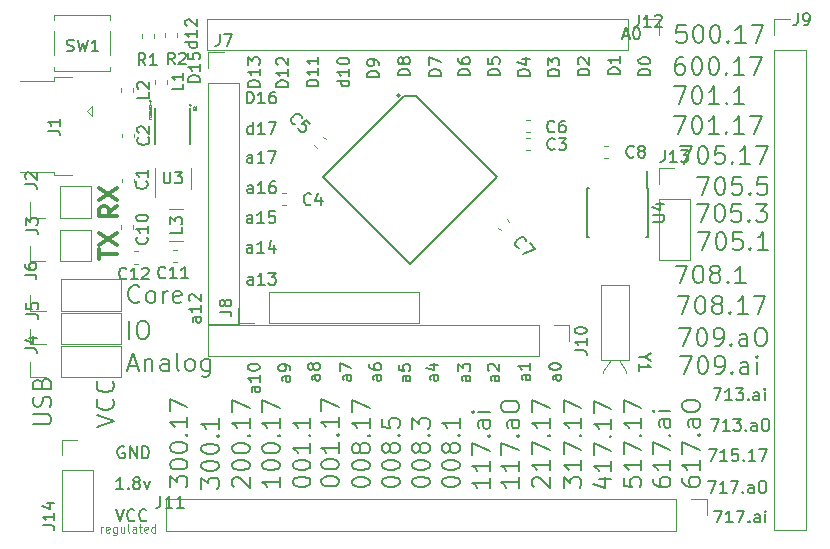
<source format=gto>
G04 #@! TF.GenerationSoftware,KiCad,Pcbnew,5.0.1-33cea8e~68~ubuntu14.04.1*
G04 #@! TF.CreationDate,2018-11-09T12:00:32-08:00*
G04 #@! TF.ProjectId,ga144-breakout,67613134342D627265616B6F75742E6B,rev?*
G04 #@! TF.SameCoordinates,Original*
G04 #@! TF.FileFunction,Legend,Top*
G04 #@! TF.FilePolarity,Positive*
%FSLAX46Y46*%
G04 Gerber Fmt 4.6, Leading zero omitted, Abs format (unit mm)*
G04 Created by KiCad (PCBNEW 5.0.1-33cea8e~68~ubuntu14.04.1) date Fri 09 Nov 2018 12:00:32 PM PST*
%MOMM*%
%LPD*%
G01*
G04 APERTURE LIST*
%ADD10C,0.100000*%
%ADD11C,0.200000*%
%ADD12C,0.150000*%
%ADD13C,0.300000*%
%ADD14C,0.120000*%
%ADD15C,0.127000*%
%ADD16C,0.050000*%
G04 APERTURE END LIST*
D10*
X98960000Y-117346666D02*
X98960000Y-116880000D01*
X98960000Y-117013333D02*
X98993333Y-116946666D01*
X99026666Y-116913333D01*
X99093333Y-116880000D01*
X99160000Y-116880000D01*
X99660000Y-117313333D02*
X99593333Y-117346666D01*
X99460000Y-117346666D01*
X99393333Y-117313333D01*
X99360000Y-117246666D01*
X99360000Y-116980000D01*
X99393333Y-116913333D01*
X99460000Y-116880000D01*
X99593333Y-116880000D01*
X99660000Y-116913333D01*
X99693333Y-116980000D01*
X99693333Y-117046666D01*
X99360000Y-117113333D01*
X100293333Y-116880000D02*
X100293333Y-117446666D01*
X100260000Y-117513333D01*
X100226666Y-117546666D01*
X100160000Y-117580000D01*
X100060000Y-117580000D01*
X99993333Y-117546666D01*
X100293333Y-117313333D02*
X100226666Y-117346666D01*
X100093333Y-117346666D01*
X100026666Y-117313333D01*
X99993333Y-117280000D01*
X99960000Y-117213333D01*
X99960000Y-117013333D01*
X99993333Y-116946666D01*
X100026666Y-116913333D01*
X100093333Y-116880000D01*
X100226666Y-116880000D01*
X100293333Y-116913333D01*
X100926666Y-116880000D02*
X100926666Y-117346666D01*
X100626666Y-116880000D02*
X100626666Y-117246666D01*
X100660000Y-117313333D01*
X100726666Y-117346666D01*
X100826666Y-117346666D01*
X100893333Y-117313333D01*
X100926666Y-117280000D01*
X101360000Y-117346666D02*
X101293333Y-117313333D01*
X101260000Y-117246666D01*
X101260000Y-116646666D01*
X101926666Y-117346666D02*
X101926666Y-116980000D01*
X101893333Y-116913333D01*
X101826666Y-116880000D01*
X101693333Y-116880000D01*
X101626666Y-116913333D01*
X101926666Y-117313333D02*
X101860000Y-117346666D01*
X101693333Y-117346666D01*
X101626666Y-117313333D01*
X101593333Y-117246666D01*
X101593333Y-117180000D01*
X101626666Y-117113333D01*
X101693333Y-117080000D01*
X101860000Y-117080000D01*
X101926666Y-117046666D01*
X102160000Y-116880000D02*
X102426666Y-116880000D01*
X102260000Y-116646666D02*
X102260000Y-117246666D01*
X102293333Y-117313333D01*
X102360000Y-117346666D01*
X102426666Y-117346666D01*
X102926666Y-117313333D02*
X102860000Y-117346666D01*
X102726666Y-117346666D01*
X102660000Y-117313333D01*
X102626666Y-117246666D01*
X102626666Y-116980000D01*
X102660000Y-116913333D01*
X102726666Y-116880000D01*
X102860000Y-116880000D01*
X102926666Y-116913333D01*
X102960000Y-116980000D01*
X102960000Y-117046666D01*
X102626666Y-117113333D01*
X103560000Y-117346666D02*
X103560000Y-116646666D01*
X103560000Y-117313333D02*
X103493333Y-117346666D01*
X103360000Y-117346666D01*
X103293333Y-117313333D01*
X103260000Y-117280000D01*
X103226666Y-117213333D01*
X103226666Y-117013333D01*
X103260000Y-116946666D01*
X103293333Y-116913333D01*
X103360000Y-116880000D01*
X103493333Y-116880000D01*
X103560000Y-116913333D01*
D11*
X101315714Y-103210000D02*
X102030000Y-103210000D01*
X101172857Y-103638571D02*
X101672857Y-102138571D01*
X102172857Y-103638571D01*
X102672857Y-102638571D02*
X102672857Y-103638571D01*
X102672857Y-102781428D02*
X102744285Y-102710000D01*
X102887142Y-102638571D01*
X103101428Y-102638571D01*
X103244285Y-102710000D01*
X103315714Y-102852857D01*
X103315714Y-103638571D01*
X104672857Y-103638571D02*
X104672857Y-102852857D01*
X104601428Y-102710000D01*
X104458571Y-102638571D01*
X104172857Y-102638571D01*
X104030000Y-102710000D01*
X104672857Y-103567142D02*
X104530000Y-103638571D01*
X104172857Y-103638571D01*
X104030000Y-103567142D01*
X103958571Y-103424285D01*
X103958571Y-103281428D01*
X104030000Y-103138571D01*
X104172857Y-103067142D01*
X104530000Y-103067142D01*
X104672857Y-102995714D01*
X105601428Y-103638571D02*
X105458571Y-103567142D01*
X105387142Y-103424285D01*
X105387142Y-102138571D01*
X106387142Y-103638571D02*
X106244285Y-103567142D01*
X106172857Y-103495714D01*
X106101428Y-103352857D01*
X106101428Y-102924285D01*
X106172857Y-102781428D01*
X106244285Y-102710000D01*
X106387142Y-102638571D01*
X106601428Y-102638571D01*
X106744285Y-102710000D01*
X106815714Y-102781428D01*
X106887142Y-102924285D01*
X106887142Y-103352857D01*
X106815714Y-103495714D01*
X106744285Y-103567142D01*
X106601428Y-103638571D01*
X106387142Y-103638571D01*
X108172857Y-102638571D02*
X108172857Y-103852857D01*
X108101428Y-103995714D01*
X108030000Y-104067142D01*
X107887142Y-104138571D01*
X107672857Y-104138571D01*
X107530000Y-104067142D01*
X108172857Y-103567142D02*
X108030000Y-103638571D01*
X107744285Y-103638571D01*
X107601428Y-103567142D01*
X107530000Y-103495714D01*
X107458571Y-103352857D01*
X107458571Y-102924285D01*
X107530000Y-102781428D01*
X107601428Y-102710000D01*
X107744285Y-102638571D01*
X108030000Y-102638571D01*
X108172857Y-102710000D01*
X101354285Y-100928571D02*
X101354285Y-99428571D01*
X102354285Y-99428571D02*
X102640000Y-99428571D01*
X102782857Y-99500000D01*
X102925714Y-99642857D01*
X102997142Y-99928571D01*
X102997142Y-100428571D01*
X102925714Y-100714285D01*
X102782857Y-100857142D01*
X102640000Y-100928571D01*
X102354285Y-100928571D01*
X102211428Y-100857142D01*
X102068571Y-100714285D01*
X101997142Y-100428571D01*
X101997142Y-99928571D01*
X102068571Y-99642857D01*
X102211428Y-99500000D01*
X102354285Y-99428571D01*
X102208571Y-97765714D02*
X102137142Y-97837142D01*
X101922857Y-97908571D01*
X101780000Y-97908571D01*
X101565714Y-97837142D01*
X101422857Y-97694285D01*
X101351428Y-97551428D01*
X101280000Y-97265714D01*
X101280000Y-97051428D01*
X101351428Y-96765714D01*
X101422857Y-96622857D01*
X101565714Y-96480000D01*
X101780000Y-96408571D01*
X101922857Y-96408571D01*
X102137142Y-96480000D01*
X102208571Y-96551428D01*
X103065714Y-97908571D02*
X102922857Y-97837142D01*
X102851428Y-97765714D01*
X102780000Y-97622857D01*
X102780000Y-97194285D01*
X102851428Y-97051428D01*
X102922857Y-96980000D01*
X103065714Y-96908571D01*
X103280000Y-96908571D01*
X103422857Y-96980000D01*
X103494285Y-97051428D01*
X103565714Y-97194285D01*
X103565714Y-97622857D01*
X103494285Y-97765714D01*
X103422857Y-97837142D01*
X103280000Y-97908571D01*
X103065714Y-97908571D01*
X104208571Y-97908571D02*
X104208571Y-96908571D01*
X104208571Y-97194285D02*
X104280000Y-97051428D01*
X104351428Y-96980000D01*
X104494285Y-96908571D01*
X104637142Y-96908571D01*
X105708571Y-97837142D02*
X105565714Y-97908571D01*
X105280000Y-97908571D01*
X105137142Y-97837142D01*
X105065714Y-97694285D01*
X105065714Y-97122857D01*
X105137142Y-96980000D01*
X105280000Y-96908571D01*
X105565714Y-96908571D01*
X105708571Y-96980000D01*
X105780000Y-97122857D01*
X105780000Y-97265714D01*
X105065714Y-97408571D01*
D12*
X107342380Y-79184285D02*
X106342380Y-79184285D01*
X106342380Y-78946190D01*
X106390000Y-78803333D01*
X106485238Y-78708095D01*
X106580476Y-78660476D01*
X106770952Y-78612857D01*
X106913809Y-78612857D01*
X107104285Y-78660476D01*
X107199523Y-78708095D01*
X107294761Y-78803333D01*
X107342380Y-78946190D01*
X107342380Y-79184285D01*
X107342380Y-77660476D02*
X107342380Y-78231904D01*
X107342380Y-77946190D02*
X106342380Y-77946190D01*
X106485238Y-78041428D01*
X106580476Y-78136666D01*
X106628095Y-78231904D01*
X106342380Y-76755714D02*
X106342380Y-77231904D01*
X106818571Y-77279523D01*
X106770952Y-77231904D01*
X106723333Y-77136666D01*
X106723333Y-76898571D01*
X106770952Y-76803333D01*
X106818571Y-76755714D01*
X106913809Y-76708095D01*
X107151904Y-76708095D01*
X107247142Y-76755714D01*
X107294761Y-76803333D01*
X107342380Y-76898571D01*
X107342380Y-77136666D01*
X107294761Y-77231904D01*
X107247142Y-77279523D01*
X107392380Y-99098095D02*
X106868571Y-99098095D01*
X106773333Y-99145714D01*
X106725714Y-99240952D01*
X106725714Y-99431428D01*
X106773333Y-99526666D01*
X107344761Y-99098095D02*
X107392380Y-99193333D01*
X107392380Y-99431428D01*
X107344761Y-99526666D01*
X107249523Y-99574285D01*
X107154285Y-99574285D01*
X107059047Y-99526666D01*
X107011428Y-99431428D01*
X107011428Y-99193333D01*
X106963809Y-99098095D01*
X107392380Y-98098095D02*
X107392380Y-98669523D01*
X107392380Y-98383809D02*
X106392380Y-98383809D01*
X106535238Y-98479047D01*
X106630476Y-98574285D01*
X106678095Y-98669523D01*
X106487619Y-97717142D02*
X106440000Y-97669523D01*
X106392380Y-97574285D01*
X106392380Y-97336190D01*
X106440000Y-97240952D01*
X106487619Y-97193333D01*
X106582857Y-97145714D01*
X106678095Y-97145714D01*
X106820952Y-97193333D01*
X107392380Y-97764761D01*
X107392380Y-97145714D01*
X107102380Y-75818095D02*
X106102380Y-75818095D01*
X107054761Y-75818095D02*
X107102380Y-75913333D01*
X107102380Y-76103809D01*
X107054761Y-76199047D01*
X107007142Y-76246666D01*
X106911904Y-76294285D01*
X106626190Y-76294285D01*
X106530952Y-76246666D01*
X106483333Y-76199047D01*
X106435714Y-76103809D01*
X106435714Y-75913333D01*
X106483333Y-75818095D01*
X107102380Y-74818095D02*
X107102380Y-75389523D01*
X107102380Y-75103809D02*
X106102380Y-75103809D01*
X106245238Y-75199047D01*
X106340476Y-75294285D01*
X106388095Y-75389523D01*
X106197619Y-74437142D02*
X106150000Y-74389523D01*
X106102380Y-74294285D01*
X106102380Y-74056190D01*
X106150000Y-73960952D01*
X106197619Y-73913333D01*
X106292857Y-73865714D01*
X106388095Y-73865714D01*
X106530952Y-73913333D01*
X107102380Y-74484761D01*
X107102380Y-73865714D01*
X142872380Y-78538095D02*
X141872380Y-78538095D01*
X141872380Y-78300000D01*
X141920000Y-78157142D01*
X142015238Y-78061904D01*
X142110476Y-78014285D01*
X142300952Y-77966666D01*
X142443809Y-77966666D01*
X142634285Y-78014285D01*
X142729523Y-78061904D01*
X142824761Y-78157142D01*
X142872380Y-78300000D01*
X142872380Y-78538095D01*
X142872380Y-77014285D02*
X142872380Y-77585714D01*
X142872380Y-77300000D02*
X141872380Y-77300000D01*
X142015238Y-77395238D01*
X142110476Y-77490476D01*
X142158095Y-77585714D01*
X140312380Y-78648095D02*
X139312380Y-78648095D01*
X139312380Y-78410000D01*
X139360000Y-78267142D01*
X139455238Y-78171904D01*
X139550476Y-78124285D01*
X139740952Y-78076666D01*
X139883809Y-78076666D01*
X140074285Y-78124285D01*
X140169523Y-78171904D01*
X140264761Y-78267142D01*
X140312380Y-78410000D01*
X140312380Y-78648095D01*
X139407619Y-77695714D02*
X139360000Y-77648095D01*
X139312380Y-77552857D01*
X139312380Y-77314761D01*
X139360000Y-77219523D01*
X139407619Y-77171904D01*
X139502857Y-77124285D01*
X139598095Y-77124285D01*
X139740952Y-77171904D01*
X140312380Y-77743333D01*
X140312380Y-77124285D01*
X137762380Y-78688095D02*
X136762380Y-78688095D01*
X136762380Y-78450000D01*
X136810000Y-78307142D01*
X136905238Y-78211904D01*
X137000476Y-78164285D01*
X137190952Y-78116666D01*
X137333809Y-78116666D01*
X137524285Y-78164285D01*
X137619523Y-78211904D01*
X137714761Y-78307142D01*
X137762380Y-78450000D01*
X137762380Y-78688095D01*
X136762380Y-77783333D02*
X136762380Y-77164285D01*
X137143333Y-77497619D01*
X137143333Y-77354761D01*
X137190952Y-77259523D01*
X137238571Y-77211904D01*
X137333809Y-77164285D01*
X137571904Y-77164285D01*
X137667142Y-77211904D01*
X137714761Y-77259523D01*
X137762380Y-77354761D01*
X137762380Y-77640476D01*
X137714761Y-77735714D01*
X137667142Y-77783333D01*
X135242380Y-78688095D02*
X134242380Y-78688095D01*
X134242380Y-78450000D01*
X134290000Y-78307142D01*
X134385238Y-78211904D01*
X134480476Y-78164285D01*
X134670952Y-78116666D01*
X134813809Y-78116666D01*
X135004285Y-78164285D01*
X135099523Y-78211904D01*
X135194761Y-78307142D01*
X135242380Y-78450000D01*
X135242380Y-78688095D01*
X134575714Y-77259523D02*
X135242380Y-77259523D01*
X134194761Y-77497619D02*
X134909047Y-77735714D01*
X134909047Y-77116666D01*
X132712380Y-78638095D02*
X131712380Y-78638095D01*
X131712380Y-78400000D01*
X131760000Y-78257142D01*
X131855238Y-78161904D01*
X131950476Y-78114285D01*
X132140952Y-78066666D01*
X132283809Y-78066666D01*
X132474285Y-78114285D01*
X132569523Y-78161904D01*
X132664761Y-78257142D01*
X132712380Y-78400000D01*
X132712380Y-78638095D01*
X131712380Y-77161904D02*
X131712380Y-77638095D01*
X132188571Y-77685714D01*
X132140952Y-77638095D01*
X132093333Y-77542857D01*
X132093333Y-77304761D01*
X132140952Y-77209523D01*
X132188571Y-77161904D01*
X132283809Y-77114285D01*
X132521904Y-77114285D01*
X132617142Y-77161904D01*
X132664761Y-77209523D01*
X132712380Y-77304761D01*
X132712380Y-77542857D01*
X132664761Y-77638095D01*
X132617142Y-77685714D01*
X130182380Y-78638095D02*
X129182380Y-78638095D01*
X129182380Y-78400000D01*
X129230000Y-78257142D01*
X129325238Y-78161904D01*
X129420476Y-78114285D01*
X129610952Y-78066666D01*
X129753809Y-78066666D01*
X129944285Y-78114285D01*
X130039523Y-78161904D01*
X130134761Y-78257142D01*
X130182380Y-78400000D01*
X130182380Y-78638095D01*
X129182380Y-77209523D02*
X129182380Y-77400000D01*
X129230000Y-77495238D01*
X129277619Y-77542857D01*
X129420476Y-77638095D01*
X129610952Y-77685714D01*
X129991904Y-77685714D01*
X130087142Y-77638095D01*
X130134761Y-77590476D01*
X130182380Y-77495238D01*
X130182380Y-77304761D01*
X130134761Y-77209523D01*
X130087142Y-77161904D01*
X129991904Y-77114285D01*
X129753809Y-77114285D01*
X129658571Y-77161904D01*
X129610952Y-77209523D01*
X129563333Y-77304761D01*
X129563333Y-77495238D01*
X129610952Y-77590476D01*
X129658571Y-77638095D01*
X129753809Y-77685714D01*
X127722380Y-78668095D02*
X126722380Y-78668095D01*
X126722380Y-78430000D01*
X126770000Y-78287142D01*
X126865238Y-78191904D01*
X126960476Y-78144285D01*
X127150952Y-78096666D01*
X127293809Y-78096666D01*
X127484285Y-78144285D01*
X127579523Y-78191904D01*
X127674761Y-78287142D01*
X127722380Y-78430000D01*
X127722380Y-78668095D01*
X126722380Y-77763333D02*
X126722380Y-77096666D01*
X127722380Y-77525238D01*
X122492380Y-78798095D02*
X121492380Y-78798095D01*
X121492380Y-78560000D01*
X121540000Y-78417142D01*
X121635238Y-78321904D01*
X121730476Y-78274285D01*
X121920952Y-78226666D01*
X122063809Y-78226666D01*
X122254285Y-78274285D01*
X122349523Y-78321904D01*
X122444761Y-78417142D01*
X122492380Y-78560000D01*
X122492380Y-78798095D01*
X122492380Y-77750476D02*
X122492380Y-77560000D01*
X122444761Y-77464761D01*
X122397142Y-77417142D01*
X122254285Y-77321904D01*
X122063809Y-77274285D01*
X121682857Y-77274285D01*
X121587619Y-77321904D01*
X121540000Y-77369523D01*
X121492380Y-77464761D01*
X121492380Y-77655238D01*
X121540000Y-77750476D01*
X121587619Y-77798095D01*
X121682857Y-77845714D01*
X121920952Y-77845714D01*
X122016190Y-77798095D01*
X122063809Y-77750476D01*
X122111428Y-77655238D01*
X122111428Y-77464761D01*
X122063809Y-77369523D01*
X122016190Y-77321904D01*
X121920952Y-77274285D01*
X112392380Y-79598685D02*
X111392380Y-79598685D01*
X111392380Y-79360590D01*
X111440000Y-79217733D01*
X111535238Y-79122495D01*
X111630476Y-79074876D01*
X111820952Y-79027257D01*
X111963809Y-79027257D01*
X112154285Y-79074876D01*
X112249523Y-79122495D01*
X112344761Y-79217733D01*
X112392380Y-79360590D01*
X112392380Y-79598685D01*
X112392380Y-78074876D02*
X112392380Y-78646304D01*
X112392380Y-78360590D02*
X111392380Y-78360590D01*
X111535238Y-78455828D01*
X111630476Y-78551066D01*
X111678095Y-78646304D01*
X111392380Y-77741542D02*
X111392380Y-77122495D01*
X111773333Y-77455828D01*
X111773333Y-77312971D01*
X111820952Y-77217733D01*
X111868571Y-77170114D01*
X111963809Y-77122495D01*
X112201904Y-77122495D01*
X112297142Y-77170114D01*
X112344761Y-77217733D01*
X112392380Y-77312971D01*
X112392380Y-77598685D01*
X112344761Y-77693923D01*
X112297142Y-77741542D01*
X150815714Y-105142380D02*
X151482380Y-105142380D01*
X151053809Y-106142380D01*
X152387142Y-106142380D02*
X151815714Y-106142380D01*
X152101428Y-106142380D02*
X152101428Y-105142380D01*
X152006190Y-105285238D01*
X151910952Y-105380476D01*
X151815714Y-105428095D01*
X152720476Y-105142380D02*
X153339523Y-105142380D01*
X153006190Y-105523333D01*
X153149047Y-105523333D01*
X153244285Y-105570952D01*
X153291904Y-105618571D01*
X153339523Y-105713809D01*
X153339523Y-105951904D01*
X153291904Y-106047142D01*
X153244285Y-106094761D01*
X153149047Y-106142380D01*
X152863333Y-106142380D01*
X152768095Y-106094761D01*
X152720476Y-106047142D01*
X153768095Y-106047142D02*
X153815714Y-106094761D01*
X153768095Y-106142380D01*
X153720476Y-106094761D01*
X153768095Y-106047142D01*
X153768095Y-106142380D01*
X154672857Y-106142380D02*
X154672857Y-105618571D01*
X154625238Y-105523333D01*
X154530000Y-105475714D01*
X154339523Y-105475714D01*
X154244285Y-105523333D01*
X154672857Y-106094761D02*
X154577619Y-106142380D01*
X154339523Y-106142380D01*
X154244285Y-106094761D01*
X154196666Y-105999523D01*
X154196666Y-105904285D01*
X154244285Y-105809047D01*
X154339523Y-105761428D01*
X154577619Y-105761428D01*
X154672857Y-105713809D01*
X155149047Y-106142380D02*
X155149047Y-105475714D01*
X155149047Y-105142380D02*
X155101428Y-105190000D01*
X155149047Y-105237619D01*
X155196666Y-105190000D01*
X155149047Y-105142380D01*
X155149047Y-105237619D01*
X150600000Y-107722380D02*
X151266666Y-107722380D01*
X150838095Y-108722380D01*
X152171428Y-108722380D02*
X151600000Y-108722380D01*
X151885714Y-108722380D02*
X151885714Y-107722380D01*
X151790476Y-107865238D01*
X151695238Y-107960476D01*
X151600000Y-108008095D01*
X152504761Y-107722380D02*
X153123809Y-107722380D01*
X152790476Y-108103333D01*
X152933333Y-108103333D01*
X153028571Y-108150952D01*
X153076190Y-108198571D01*
X153123809Y-108293809D01*
X153123809Y-108531904D01*
X153076190Y-108627142D01*
X153028571Y-108674761D01*
X152933333Y-108722380D01*
X152647619Y-108722380D01*
X152552380Y-108674761D01*
X152504761Y-108627142D01*
X153552380Y-108627142D02*
X153600000Y-108674761D01*
X153552380Y-108722380D01*
X153504761Y-108674761D01*
X153552380Y-108627142D01*
X153552380Y-108722380D01*
X154457142Y-108722380D02*
X154457142Y-108198571D01*
X154409523Y-108103333D01*
X154314285Y-108055714D01*
X154123809Y-108055714D01*
X154028571Y-108103333D01*
X154457142Y-108674761D02*
X154361904Y-108722380D01*
X154123809Y-108722380D01*
X154028571Y-108674761D01*
X153980952Y-108579523D01*
X153980952Y-108484285D01*
X154028571Y-108389047D01*
X154123809Y-108341428D01*
X154361904Y-108341428D01*
X154457142Y-108293809D01*
X155123809Y-107722380D02*
X155314285Y-107722380D01*
X155409523Y-107770000D01*
X155504761Y-107865238D01*
X155552380Y-108055714D01*
X155552380Y-108389047D01*
X155504761Y-108579523D01*
X155409523Y-108674761D01*
X155314285Y-108722380D01*
X155123809Y-108722380D01*
X155028571Y-108674761D01*
X154933333Y-108579523D01*
X154885714Y-108389047D01*
X154885714Y-108055714D01*
X154933333Y-107865238D01*
X155028571Y-107770000D01*
X155123809Y-107722380D01*
X150403809Y-110282380D02*
X151070476Y-110282380D01*
X150641904Y-111282380D01*
X151975238Y-111282380D02*
X151403809Y-111282380D01*
X151689523Y-111282380D02*
X151689523Y-110282380D01*
X151594285Y-110425238D01*
X151499047Y-110520476D01*
X151403809Y-110568095D01*
X152880000Y-110282380D02*
X152403809Y-110282380D01*
X152356190Y-110758571D01*
X152403809Y-110710952D01*
X152499047Y-110663333D01*
X152737142Y-110663333D01*
X152832380Y-110710952D01*
X152880000Y-110758571D01*
X152927619Y-110853809D01*
X152927619Y-111091904D01*
X152880000Y-111187142D01*
X152832380Y-111234761D01*
X152737142Y-111282380D01*
X152499047Y-111282380D01*
X152403809Y-111234761D01*
X152356190Y-111187142D01*
X153356190Y-111187142D02*
X153403809Y-111234761D01*
X153356190Y-111282380D01*
X153308571Y-111234761D01*
X153356190Y-111187142D01*
X153356190Y-111282380D01*
X154356190Y-111282380D02*
X153784761Y-111282380D01*
X154070476Y-111282380D02*
X154070476Y-110282380D01*
X153975238Y-110425238D01*
X153880000Y-110520476D01*
X153784761Y-110568095D01*
X154689523Y-110282380D02*
X155356190Y-110282380D01*
X154927619Y-111282380D01*
X150350000Y-112972380D02*
X151016666Y-112972380D01*
X150588095Y-113972380D01*
X151921428Y-113972380D02*
X151350000Y-113972380D01*
X151635714Y-113972380D02*
X151635714Y-112972380D01*
X151540476Y-113115238D01*
X151445238Y-113210476D01*
X151350000Y-113258095D01*
X152254761Y-112972380D02*
X152921428Y-112972380D01*
X152492857Y-113972380D01*
X153302380Y-113877142D02*
X153350000Y-113924761D01*
X153302380Y-113972380D01*
X153254761Y-113924761D01*
X153302380Y-113877142D01*
X153302380Y-113972380D01*
X154207142Y-113972380D02*
X154207142Y-113448571D01*
X154159523Y-113353333D01*
X154064285Y-113305714D01*
X153873809Y-113305714D01*
X153778571Y-113353333D01*
X154207142Y-113924761D02*
X154111904Y-113972380D01*
X153873809Y-113972380D01*
X153778571Y-113924761D01*
X153730952Y-113829523D01*
X153730952Y-113734285D01*
X153778571Y-113639047D01*
X153873809Y-113591428D01*
X154111904Y-113591428D01*
X154207142Y-113543809D01*
X154873809Y-112972380D02*
X155064285Y-112972380D01*
X155159523Y-113020000D01*
X155254761Y-113115238D01*
X155302380Y-113305714D01*
X155302380Y-113639047D01*
X155254761Y-113829523D01*
X155159523Y-113924761D01*
X155064285Y-113972380D01*
X154873809Y-113972380D01*
X154778571Y-113924761D01*
X154683333Y-113829523D01*
X154635714Y-113639047D01*
X154635714Y-113305714D01*
X154683333Y-113115238D01*
X154778571Y-113020000D01*
X154873809Y-112972380D01*
D11*
X147985714Y-84628571D02*
X148985714Y-84628571D01*
X148342857Y-86128571D01*
X149842857Y-84628571D02*
X149985714Y-84628571D01*
X150128571Y-84700000D01*
X150200000Y-84771428D01*
X150271428Y-84914285D01*
X150342857Y-85200000D01*
X150342857Y-85557142D01*
X150271428Y-85842857D01*
X150200000Y-85985714D01*
X150128571Y-86057142D01*
X149985714Y-86128571D01*
X149842857Y-86128571D01*
X149700000Y-86057142D01*
X149628571Y-85985714D01*
X149557142Y-85842857D01*
X149485714Y-85557142D01*
X149485714Y-85200000D01*
X149557142Y-84914285D01*
X149628571Y-84771428D01*
X149700000Y-84700000D01*
X149842857Y-84628571D01*
X151700000Y-84628571D02*
X150985714Y-84628571D01*
X150914285Y-85342857D01*
X150985714Y-85271428D01*
X151128571Y-85200000D01*
X151485714Y-85200000D01*
X151628571Y-85271428D01*
X151700000Y-85342857D01*
X151771428Y-85485714D01*
X151771428Y-85842857D01*
X151700000Y-85985714D01*
X151628571Y-86057142D01*
X151485714Y-86128571D01*
X151128571Y-86128571D01*
X150985714Y-86057142D01*
X150914285Y-85985714D01*
X152414285Y-85985714D02*
X152485714Y-86057142D01*
X152414285Y-86128571D01*
X152342857Y-86057142D01*
X152414285Y-85985714D01*
X152414285Y-86128571D01*
X153914285Y-86128571D02*
X153057142Y-86128571D01*
X153485714Y-86128571D02*
X153485714Y-84628571D01*
X153342857Y-84842857D01*
X153200000Y-84985714D01*
X153057142Y-85057142D01*
X154414285Y-84628571D02*
X155414285Y-84628571D01*
X154771428Y-86128571D01*
X147500000Y-79578571D02*
X148500000Y-79578571D01*
X147857142Y-81078571D01*
X149357142Y-79578571D02*
X149500000Y-79578571D01*
X149642857Y-79650000D01*
X149714285Y-79721428D01*
X149785714Y-79864285D01*
X149857142Y-80150000D01*
X149857142Y-80507142D01*
X149785714Y-80792857D01*
X149714285Y-80935714D01*
X149642857Y-81007142D01*
X149500000Y-81078571D01*
X149357142Y-81078571D01*
X149214285Y-81007142D01*
X149142857Y-80935714D01*
X149071428Y-80792857D01*
X149000000Y-80507142D01*
X149000000Y-80150000D01*
X149071428Y-79864285D01*
X149142857Y-79721428D01*
X149214285Y-79650000D01*
X149357142Y-79578571D01*
X151285714Y-81078571D02*
X150428571Y-81078571D01*
X150857142Y-81078571D02*
X150857142Y-79578571D01*
X150714285Y-79792857D01*
X150571428Y-79935714D01*
X150428571Y-80007142D01*
X151928571Y-80935714D02*
X152000000Y-81007142D01*
X151928571Y-81078571D01*
X151857142Y-81007142D01*
X151928571Y-80935714D01*
X151928571Y-81078571D01*
X153428571Y-81078571D02*
X152571428Y-81078571D01*
X153000000Y-81078571D02*
X153000000Y-79578571D01*
X152857142Y-79792857D01*
X152714285Y-79935714D01*
X152571428Y-80007142D01*
X148264928Y-77093071D02*
X147979214Y-77093071D01*
X147836357Y-77164500D01*
X147764928Y-77235928D01*
X147622071Y-77450214D01*
X147550642Y-77735928D01*
X147550642Y-78307357D01*
X147622071Y-78450214D01*
X147693500Y-78521642D01*
X147836357Y-78593071D01*
X148122071Y-78593071D01*
X148264928Y-78521642D01*
X148336357Y-78450214D01*
X148407785Y-78307357D01*
X148407785Y-77950214D01*
X148336357Y-77807357D01*
X148264928Y-77735928D01*
X148122071Y-77664500D01*
X147836357Y-77664500D01*
X147693500Y-77735928D01*
X147622071Y-77807357D01*
X147550642Y-77950214D01*
X149336357Y-77093071D02*
X149479214Y-77093071D01*
X149622071Y-77164500D01*
X149693500Y-77235928D01*
X149764928Y-77378785D01*
X149836357Y-77664500D01*
X149836357Y-78021642D01*
X149764928Y-78307357D01*
X149693500Y-78450214D01*
X149622071Y-78521642D01*
X149479214Y-78593071D01*
X149336357Y-78593071D01*
X149193500Y-78521642D01*
X149122071Y-78450214D01*
X149050642Y-78307357D01*
X148979214Y-78021642D01*
X148979214Y-77664500D01*
X149050642Y-77378785D01*
X149122071Y-77235928D01*
X149193500Y-77164500D01*
X149336357Y-77093071D01*
X150764928Y-77093071D02*
X150907785Y-77093071D01*
X151050642Y-77164500D01*
X151122071Y-77235928D01*
X151193500Y-77378785D01*
X151264928Y-77664500D01*
X151264928Y-78021642D01*
X151193500Y-78307357D01*
X151122071Y-78450214D01*
X151050642Y-78521642D01*
X150907785Y-78593071D01*
X150764928Y-78593071D01*
X150622071Y-78521642D01*
X150550642Y-78450214D01*
X150479214Y-78307357D01*
X150407785Y-78021642D01*
X150407785Y-77664500D01*
X150479214Y-77378785D01*
X150550642Y-77235928D01*
X150622071Y-77164500D01*
X150764928Y-77093071D01*
X151907785Y-78450214D02*
X151979214Y-78521642D01*
X151907785Y-78593071D01*
X151836357Y-78521642D01*
X151907785Y-78450214D01*
X151907785Y-78593071D01*
X153407785Y-78593071D02*
X152550642Y-78593071D01*
X152979214Y-78593071D02*
X152979214Y-77093071D01*
X152836357Y-77307357D01*
X152693500Y-77450214D01*
X152550642Y-77521642D01*
X153907785Y-77093071D02*
X154907785Y-77093071D01*
X154264928Y-78593071D01*
X147978571Y-102428571D02*
X148978571Y-102428571D01*
X148335714Y-103928571D01*
X149835714Y-102428571D02*
X149978571Y-102428571D01*
X150121428Y-102500000D01*
X150192857Y-102571428D01*
X150264285Y-102714285D01*
X150335714Y-103000000D01*
X150335714Y-103357142D01*
X150264285Y-103642857D01*
X150192857Y-103785714D01*
X150121428Y-103857142D01*
X149978571Y-103928571D01*
X149835714Y-103928571D01*
X149692857Y-103857142D01*
X149621428Y-103785714D01*
X149550000Y-103642857D01*
X149478571Y-103357142D01*
X149478571Y-103000000D01*
X149550000Y-102714285D01*
X149621428Y-102571428D01*
X149692857Y-102500000D01*
X149835714Y-102428571D01*
X151050000Y-103928571D02*
X151335714Y-103928571D01*
X151478571Y-103857142D01*
X151550000Y-103785714D01*
X151692857Y-103571428D01*
X151764285Y-103285714D01*
X151764285Y-102714285D01*
X151692857Y-102571428D01*
X151621428Y-102500000D01*
X151478571Y-102428571D01*
X151192857Y-102428571D01*
X151050000Y-102500000D01*
X150978571Y-102571428D01*
X150907142Y-102714285D01*
X150907142Y-103071428D01*
X150978571Y-103214285D01*
X151050000Y-103285714D01*
X151192857Y-103357142D01*
X151478571Y-103357142D01*
X151621428Y-103285714D01*
X151692857Y-103214285D01*
X151764285Y-103071428D01*
X152407142Y-103785714D02*
X152478571Y-103857142D01*
X152407142Y-103928571D01*
X152335714Y-103857142D01*
X152407142Y-103785714D01*
X152407142Y-103928571D01*
X153764285Y-103928571D02*
X153764285Y-103142857D01*
X153692857Y-103000000D01*
X153550000Y-102928571D01*
X153264285Y-102928571D01*
X153121428Y-103000000D01*
X153764285Y-103857142D02*
X153621428Y-103928571D01*
X153264285Y-103928571D01*
X153121428Y-103857142D01*
X153050000Y-103714285D01*
X153050000Y-103571428D01*
X153121428Y-103428571D01*
X153264285Y-103357142D01*
X153621428Y-103357142D01*
X153764285Y-103285714D01*
X154478571Y-103928571D02*
X154478571Y-102928571D01*
X154478571Y-102428571D02*
X154407142Y-102500000D01*
X154478571Y-102571428D01*
X154550000Y-102500000D01*
X154478571Y-102428571D01*
X154478571Y-102571428D01*
X147893500Y-100043071D02*
X148893500Y-100043071D01*
X148250642Y-101543071D01*
X149750642Y-100043071D02*
X149893500Y-100043071D01*
X150036357Y-100114500D01*
X150107785Y-100185928D01*
X150179214Y-100328785D01*
X150250642Y-100614500D01*
X150250642Y-100971642D01*
X150179214Y-101257357D01*
X150107785Y-101400214D01*
X150036357Y-101471642D01*
X149893500Y-101543071D01*
X149750642Y-101543071D01*
X149607785Y-101471642D01*
X149536357Y-101400214D01*
X149464928Y-101257357D01*
X149393500Y-100971642D01*
X149393500Y-100614500D01*
X149464928Y-100328785D01*
X149536357Y-100185928D01*
X149607785Y-100114500D01*
X149750642Y-100043071D01*
X150964928Y-101543071D02*
X151250642Y-101543071D01*
X151393500Y-101471642D01*
X151464928Y-101400214D01*
X151607785Y-101185928D01*
X151679214Y-100900214D01*
X151679214Y-100328785D01*
X151607785Y-100185928D01*
X151536357Y-100114500D01*
X151393500Y-100043071D01*
X151107785Y-100043071D01*
X150964928Y-100114500D01*
X150893500Y-100185928D01*
X150822071Y-100328785D01*
X150822071Y-100685928D01*
X150893500Y-100828785D01*
X150964928Y-100900214D01*
X151107785Y-100971642D01*
X151393500Y-100971642D01*
X151536357Y-100900214D01*
X151607785Y-100828785D01*
X151679214Y-100685928D01*
X152322071Y-101400214D02*
X152393500Y-101471642D01*
X152322071Y-101543071D01*
X152250642Y-101471642D01*
X152322071Y-101400214D01*
X152322071Y-101543071D01*
X153679214Y-101543071D02*
X153679214Y-100757357D01*
X153607785Y-100614500D01*
X153464928Y-100543071D01*
X153179214Y-100543071D01*
X153036357Y-100614500D01*
X153679214Y-101471642D02*
X153536357Y-101543071D01*
X153179214Y-101543071D01*
X153036357Y-101471642D01*
X152964928Y-101328785D01*
X152964928Y-101185928D01*
X153036357Y-101043071D01*
X153179214Y-100971642D01*
X153536357Y-100971642D01*
X153679214Y-100900214D01*
X154679214Y-100043071D02*
X154964928Y-100043071D01*
X155107785Y-100114500D01*
X155250642Y-100257357D01*
X155322071Y-100543071D01*
X155322071Y-101043071D01*
X155250642Y-101328785D01*
X155107785Y-101471642D01*
X154964928Y-101543071D01*
X154679214Y-101543071D01*
X154536357Y-101471642D01*
X154393500Y-101328785D01*
X154322071Y-101043071D01*
X154322071Y-100543071D01*
X154393500Y-100257357D01*
X154536357Y-100114500D01*
X154679214Y-100043071D01*
X147779214Y-97343071D02*
X148779214Y-97343071D01*
X148136357Y-98843071D01*
X149636357Y-97343071D02*
X149779214Y-97343071D01*
X149922071Y-97414500D01*
X149993500Y-97485928D01*
X150064928Y-97628785D01*
X150136357Y-97914500D01*
X150136357Y-98271642D01*
X150064928Y-98557357D01*
X149993500Y-98700214D01*
X149922071Y-98771642D01*
X149779214Y-98843071D01*
X149636357Y-98843071D01*
X149493500Y-98771642D01*
X149422071Y-98700214D01*
X149350642Y-98557357D01*
X149279214Y-98271642D01*
X149279214Y-97914500D01*
X149350642Y-97628785D01*
X149422071Y-97485928D01*
X149493500Y-97414500D01*
X149636357Y-97343071D01*
X150993500Y-97985928D02*
X150850642Y-97914500D01*
X150779214Y-97843071D01*
X150707785Y-97700214D01*
X150707785Y-97628785D01*
X150779214Y-97485928D01*
X150850642Y-97414500D01*
X150993500Y-97343071D01*
X151279214Y-97343071D01*
X151422071Y-97414500D01*
X151493500Y-97485928D01*
X151564928Y-97628785D01*
X151564928Y-97700214D01*
X151493500Y-97843071D01*
X151422071Y-97914500D01*
X151279214Y-97985928D01*
X150993500Y-97985928D01*
X150850642Y-98057357D01*
X150779214Y-98128785D01*
X150707785Y-98271642D01*
X150707785Y-98557357D01*
X150779214Y-98700214D01*
X150850642Y-98771642D01*
X150993500Y-98843071D01*
X151279214Y-98843071D01*
X151422071Y-98771642D01*
X151493500Y-98700214D01*
X151564928Y-98557357D01*
X151564928Y-98271642D01*
X151493500Y-98128785D01*
X151422071Y-98057357D01*
X151279214Y-97985928D01*
X152207785Y-98700214D02*
X152279214Y-98771642D01*
X152207785Y-98843071D01*
X152136357Y-98771642D01*
X152207785Y-98700214D01*
X152207785Y-98843071D01*
X153707785Y-98843071D02*
X152850642Y-98843071D01*
X153279214Y-98843071D02*
X153279214Y-97343071D01*
X153136357Y-97557357D01*
X152993500Y-97700214D01*
X152850642Y-97771642D01*
X154207785Y-97343071D02*
X155207785Y-97343071D01*
X154564928Y-98843071D01*
X147600000Y-94743071D02*
X148600000Y-94743071D01*
X147957142Y-96243071D01*
X149457142Y-94743071D02*
X149600000Y-94743071D01*
X149742857Y-94814500D01*
X149814285Y-94885928D01*
X149885714Y-95028785D01*
X149957142Y-95314500D01*
X149957142Y-95671642D01*
X149885714Y-95957357D01*
X149814285Y-96100214D01*
X149742857Y-96171642D01*
X149600000Y-96243071D01*
X149457142Y-96243071D01*
X149314285Y-96171642D01*
X149242857Y-96100214D01*
X149171428Y-95957357D01*
X149100000Y-95671642D01*
X149100000Y-95314500D01*
X149171428Y-95028785D01*
X149242857Y-94885928D01*
X149314285Y-94814500D01*
X149457142Y-94743071D01*
X150814285Y-95385928D02*
X150671428Y-95314500D01*
X150600000Y-95243071D01*
X150528571Y-95100214D01*
X150528571Y-95028785D01*
X150600000Y-94885928D01*
X150671428Y-94814500D01*
X150814285Y-94743071D01*
X151100000Y-94743071D01*
X151242857Y-94814500D01*
X151314285Y-94885928D01*
X151385714Y-95028785D01*
X151385714Y-95100214D01*
X151314285Y-95243071D01*
X151242857Y-95314500D01*
X151100000Y-95385928D01*
X150814285Y-95385928D01*
X150671428Y-95457357D01*
X150600000Y-95528785D01*
X150528571Y-95671642D01*
X150528571Y-95957357D01*
X150600000Y-96100214D01*
X150671428Y-96171642D01*
X150814285Y-96243071D01*
X151100000Y-96243071D01*
X151242857Y-96171642D01*
X151314285Y-96100214D01*
X151385714Y-95957357D01*
X151385714Y-95671642D01*
X151314285Y-95528785D01*
X151242857Y-95457357D01*
X151100000Y-95385928D01*
X152028571Y-96100214D02*
X152100000Y-96171642D01*
X152028571Y-96243071D01*
X151957142Y-96171642D01*
X152028571Y-96100214D01*
X152028571Y-96243071D01*
X153528571Y-96243071D02*
X152671428Y-96243071D01*
X153100000Y-96243071D02*
X153100000Y-94743071D01*
X152957142Y-94957357D01*
X152814285Y-95100214D01*
X152671428Y-95171642D01*
X149500000Y-91928571D02*
X150500000Y-91928571D01*
X149857142Y-93428571D01*
X151357142Y-91928571D02*
X151500000Y-91928571D01*
X151642857Y-92000000D01*
X151714285Y-92071428D01*
X151785714Y-92214285D01*
X151857142Y-92500000D01*
X151857142Y-92857142D01*
X151785714Y-93142857D01*
X151714285Y-93285714D01*
X151642857Y-93357142D01*
X151500000Y-93428571D01*
X151357142Y-93428571D01*
X151214285Y-93357142D01*
X151142857Y-93285714D01*
X151071428Y-93142857D01*
X151000000Y-92857142D01*
X151000000Y-92500000D01*
X151071428Y-92214285D01*
X151142857Y-92071428D01*
X151214285Y-92000000D01*
X151357142Y-91928571D01*
X153214285Y-91928571D02*
X152500000Y-91928571D01*
X152428571Y-92642857D01*
X152500000Y-92571428D01*
X152642857Y-92500000D01*
X153000000Y-92500000D01*
X153142857Y-92571428D01*
X153214285Y-92642857D01*
X153285714Y-92785714D01*
X153285714Y-93142857D01*
X153214285Y-93285714D01*
X153142857Y-93357142D01*
X153000000Y-93428571D01*
X152642857Y-93428571D01*
X152500000Y-93357142D01*
X152428571Y-93285714D01*
X153928571Y-93285714D02*
X154000000Y-93357142D01*
X153928571Y-93428571D01*
X153857142Y-93357142D01*
X153928571Y-93285714D01*
X153928571Y-93428571D01*
X155428571Y-93428571D02*
X154571428Y-93428571D01*
X155000000Y-93428571D02*
X155000000Y-91928571D01*
X154857142Y-92142857D01*
X154714285Y-92285714D01*
X154571428Y-92357142D01*
X149400000Y-89528571D02*
X150400000Y-89528571D01*
X149757142Y-91028571D01*
X151257142Y-89528571D02*
X151400000Y-89528571D01*
X151542857Y-89600000D01*
X151614285Y-89671428D01*
X151685714Y-89814285D01*
X151757142Y-90100000D01*
X151757142Y-90457142D01*
X151685714Y-90742857D01*
X151614285Y-90885714D01*
X151542857Y-90957142D01*
X151400000Y-91028571D01*
X151257142Y-91028571D01*
X151114285Y-90957142D01*
X151042857Y-90885714D01*
X150971428Y-90742857D01*
X150900000Y-90457142D01*
X150900000Y-90100000D01*
X150971428Y-89814285D01*
X151042857Y-89671428D01*
X151114285Y-89600000D01*
X151257142Y-89528571D01*
X153114285Y-89528571D02*
X152400000Y-89528571D01*
X152328571Y-90242857D01*
X152400000Y-90171428D01*
X152542857Y-90100000D01*
X152900000Y-90100000D01*
X153042857Y-90171428D01*
X153114285Y-90242857D01*
X153185714Y-90385714D01*
X153185714Y-90742857D01*
X153114285Y-90885714D01*
X153042857Y-90957142D01*
X152900000Y-91028571D01*
X152542857Y-91028571D01*
X152400000Y-90957142D01*
X152328571Y-90885714D01*
X153828571Y-90885714D02*
X153900000Y-90957142D01*
X153828571Y-91028571D01*
X153757142Y-90957142D01*
X153828571Y-90885714D01*
X153828571Y-91028571D01*
X154400000Y-89528571D02*
X155328571Y-89528571D01*
X154828571Y-90100000D01*
X155042857Y-90100000D01*
X155185714Y-90171428D01*
X155257142Y-90242857D01*
X155328571Y-90385714D01*
X155328571Y-90742857D01*
X155257142Y-90885714D01*
X155185714Y-90957142D01*
X155042857Y-91028571D01*
X154614285Y-91028571D01*
X154471428Y-90957142D01*
X154400000Y-90885714D01*
X149450000Y-87228571D02*
X150450000Y-87228571D01*
X149807142Y-88728571D01*
X151307142Y-87228571D02*
X151450000Y-87228571D01*
X151592857Y-87300000D01*
X151664285Y-87371428D01*
X151735714Y-87514285D01*
X151807142Y-87800000D01*
X151807142Y-88157142D01*
X151735714Y-88442857D01*
X151664285Y-88585714D01*
X151592857Y-88657142D01*
X151450000Y-88728571D01*
X151307142Y-88728571D01*
X151164285Y-88657142D01*
X151092857Y-88585714D01*
X151021428Y-88442857D01*
X150950000Y-88157142D01*
X150950000Y-87800000D01*
X151021428Y-87514285D01*
X151092857Y-87371428D01*
X151164285Y-87300000D01*
X151307142Y-87228571D01*
X153164285Y-87228571D02*
X152450000Y-87228571D01*
X152378571Y-87942857D01*
X152450000Y-87871428D01*
X152592857Y-87800000D01*
X152950000Y-87800000D01*
X153092857Y-87871428D01*
X153164285Y-87942857D01*
X153235714Y-88085714D01*
X153235714Y-88442857D01*
X153164285Y-88585714D01*
X153092857Y-88657142D01*
X152950000Y-88728571D01*
X152592857Y-88728571D01*
X152450000Y-88657142D01*
X152378571Y-88585714D01*
X153878571Y-88585714D02*
X153950000Y-88657142D01*
X153878571Y-88728571D01*
X153807142Y-88657142D01*
X153878571Y-88585714D01*
X153878571Y-88728571D01*
X155307142Y-87228571D02*
X154592857Y-87228571D01*
X154521428Y-87942857D01*
X154592857Y-87871428D01*
X154735714Y-87800000D01*
X155092857Y-87800000D01*
X155235714Y-87871428D01*
X155307142Y-87942857D01*
X155378571Y-88085714D01*
X155378571Y-88442857D01*
X155307142Y-88585714D01*
X155235714Y-88657142D01*
X155092857Y-88728571D01*
X154735714Y-88728571D01*
X154592857Y-88657142D01*
X154521428Y-88585714D01*
X147485714Y-82078571D02*
X148485714Y-82078571D01*
X147842857Y-83578571D01*
X149342857Y-82078571D02*
X149485714Y-82078571D01*
X149628571Y-82150000D01*
X149700000Y-82221428D01*
X149771428Y-82364285D01*
X149842857Y-82650000D01*
X149842857Y-83007142D01*
X149771428Y-83292857D01*
X149700000Y-83435714D01*
X149628571Y-83507142D01*
X149485714Y-83578571D01*
X149342857Y-83578571D01*
X149200000Y-83507142D01*
X149128571Y-83435714D01*
X149057142Y-83292857D01*
X148985714Y-83007142D01*
X148985714Y-82650000D01*
X149057142Y-82364285D01*
X149128571Y-82221428D01*
X149200000Y-82150000D01*
X149342857Y-82078571D01*
X151271428Y-83578571D02*
X150414285Y-83578571D01*
X150842857Y-83578571D02*
X150842857Y-82078571D01*
X150700000Y-82292857D01*
X150557142Y-82435714D01*
X150414285Y-82507142D01*
X151914285Y-83435714D02*
X151985714Y-83507142D01*
X151914285Y-83578571D01*
X151842857Y-83507142D01*
X151914285Y-83435714D01*
X151914285Y-83578571D01*
X153414285Y-83578571D02*
X152557142Y-83578571D01*
X152985714Y-83578571D02*
X152985714Y-82078571D01*
X152842857Y-82292857D01*
X152700000Y-82435714D01*
X152557142Y-82507142D01*
X153914285Y-82078571D02*
X154914285Y-82078571D01*
X154271428Y-83578571D01*
D12*
X100216666Y-115382380D02*
X100550000Y-116382380D01*
X100883333Y-115382380D01*
X101788095Y-116287142D02*
X101740476Y-116334761D01*
X101597619Y-116382380D01*
X101502380Y-116382380D01*
X101359523Y-116334761D01*
X101264285Y-116239523D01*
X101216666Y-116144285D01*
X101169047Y-115953809D01*
X101169047Y-115810952D01*
X101216666Y-115620476D01*
X101264285Y-115525238D01*
X101359523Y-115430000D01*
X101502380Y-115382380D01*
X101597619Y-115382380D01*
X101740476Y-115430000D01*
X101788095Y-115477619D01*
X102788095Y-116287142D02*
X102740476Y-116334761D01*
X102597619Y-116382380D01*
X102502380Y-116382380D01*
X102359523Y-116334761D01*
X102264285Y-116239523D01*
X102216666Y-116144285D01*
X102169047Y-115953809D01*
X102169047Y-115810952D01*
X102216666Y-115620476D01*
X102264285Y-115525238D01*
X102359523Y-115430000D01*
X102502380Y-115382380D01*
X102597619Y-115382380D01*
X102740476Y-115430000D01*
X102788095Y-115477619D01*
D13*
X98788571Y-94182857D02*
X98788571Y-93325714D01*
X100288571Y-93754285D02*
X98788571Y-93754285D01*
X98788571Y-92968571D02*
X100288571Y-91968571D01*
X98788571Y-91968571D02*
X100288571Y-92968571D01*
X100318571Y-89690000D02*
X99604285Y-90190000D01*
X100318571Y-90547142D02*
X98818571Y-90547142D01*
X98818571Y-89975714D01*
X98890000Y-89832857D01*
X98961428Y-89761428D01*
X99104285Y-89690000D01*
X99318571Y-89690000D01*
X99461428Y-89761428D01*
X99532857Y-89832857D01*
X99604285Y-89975714D01*
X99604285Y-90547142D01*
X98818571Y-89190000D02*
X100318571Y-88190000D01*
X98818571Y-88190000D02*
X100318571Y-89190000D01*
D12*
X125102380Y-78638095D02*
X124102380Y-78638095D01*
X124102380Y-78400000D01*
X124150000Y-78257142D01*
X124245238Y-78161904D01*
X124340476Y-78114285D01*
X124530952Y-78066666D01*
X124673809Y-78066666D01*
X124864285Y-78114285D01*
X124959523Y-78161904D01*
X125054761Y-78257142D01*
X125102380Y-78400000D01*
X125102380Y-78638095D01*
X124530952Y-77495238D02*
X124483333Y-77590476D01*
X124435714Y-77638095D01*
X124340476Y-77685714D01*
X124292857Y-77685714D01*
X124197619Y-77638095D01*
X124150000Y-77590476D01*
X124102380Y-77495238D01*
X124102380Y-77304761D01*
X124150000Y-77209523D01*
X124197619Y-77161904D01*
X124292857Y-77114285D01*
X124340476Y-77114285D01*
X124435714Y-77161904D01*
X124483333Y-77209523D01*
X124530952Y-77304761D01*
X124530952Y-77495238D01*
X124578571Y-77590476D01*
X124626190Y-77638095D01*
X124721428Y-77685714D01*
X124911904Y-77685714D01*
X125007142Y-77638095D01*
X125054761Y-77590476D01*
X125102380Y-77495238D01*
X125102380Y-77304761D01*
X125054761Y-77209523D01*
X125007142Y-77161904D01*
X124911904Y-77114285D01*
X124721428Y-77114285D01*
X124626190Y-77161904D01*
X124578571Y-77209523D01*
X124530952Y-77304761D01*
X119962380Y-79098095D02*
X118962380Y-79098095D01*
X119914761Y-79098095D02*
X119962380Y-79193333D01*
X119962380Y-79383809D01*
X119914761Y-79479047D01*
X119867142Y-79526666D01*
X119771904Y-79574285D01*
X119486190Y-79574285D01*
X119390952Y-79526666D01*
X119343333Y-79479047D01*
X119295714Y-79383809D01*
X119295714Y-79193333D01*
X119343333Y-79098095D01*
X119962380Y-78098095D02*
X119962380Y-78669523D01*
X119962380Y-78383809D02*
X118962380Y-78383809D01*
X119105238Y-78479047D01*
X119200476Y-78574285D01*
X119248095Y-78669523D01*
X118962380Y-77479047D02*
X118962380Y-77383809D01*
X119010000Y-77288571D01*
X119057619Y-77240952D01*
X119152857Y-77193333D01*
X119343333Y-77145714D01*
X119581428Y-77145714D01*
X119771904Y-77193333D01*
X119867142Y-77240952D01*
X119914761Y-77288571D01*
X119962380Y-77383809D01*
X119962380Y-77479047D01*
X119914761Y-77574285D01*
X119867142Y-77621904D01*
X119771904Y-77669523D01*
X119581428Y-77717142D01*
X119343333Y-77717142D01*
X119152857Y-77669523D01*
X119057619Y-77621904D01*
X119010000Y-77574285D01*
X118962380Y-77479047D01*
X117368580Y-79573285D02*
X116368580Y-79573285D01*
X116368580Y-79335190D01*
X116416200Y-79192333D01*
X116511438Y-79097095D01*
X116606676Y-79049476D01*
X116797152Y-79001857D01*
X116940009Y-79001857D01*
X117130485Y-79049476D01*
X117225723Y-79097095D01*
X117320961Y-79192333D01*
X117368580Y-79335190D01*
X117368580Y-79573285D01*
X117368580Y-78049476D02*
X117368580Y-78620904D01*
X117368580Y-78335190D02*
X116368580Y-78335190D01*
X116511438Y-78430428D01*
X116606676Y-78525666D01*
X116654295Y-78620904D01*
X117368580Y-77097095D02*
X117368580Y-77668523D01*
X117368580Y-77382809D02*
X116368580Y-77382809D01*
X116511438Y-77478047D01*
X116606676Y-77573285D01*
X116654295Y-77668523D01*
X114815880Y-79636785D02*
X113815880Y-79636785D01*
X113815880Y-79398690D01*
X113863500Y-79255833D01*
X113958738Y-79160595D01*
X114053976Y-79112976D01*
X114244452Y-79065357D01*
X114387309Y-79065357D01*
X114577785Y-79112976D01*
X114673023Y-79160595D01*
X114768261Y-79255833D01*
X114815880Y-79398690D01*
X114815880Y-79636785D01*
X114815880Y-78112976D02*
X114815880Y-78684404D01*
X114815880Y-78398690D02*
X113815880Y-78398690D01*
X113958738Y-78493928D01*
X114053976Y-78589166D01*
X114101595Y-78684404D01*
X113911119Y-77732023D02*
X113863500Y-77684404D01*
X113815880Y-77589166D01*
X113815880Y-77351071D01*
X113863500Y-77255833D01*
X113911119Y-77208214D01*
X114006357Y-77160595D01*
X114101595Y-77160595D01*
X114244452Y-77208214D01*
X114815880Y-77779642D01*
X114815880Y-77160595D01*
X111305714Y-81012380D02*
X111305714Y-80012380D01*
X111543809Y-80012380D01*
X111686666Y-80060000D01*
X111781904Y-80155238D01*
X111829523Y-80250476D01*
X111877142Y-80440952D01*
X111877142Y-80583809D01*
X111829523Y-80774285D01*
X111781904Y-80869523D01*
X111686666Y-80964761D01*
X111543809Y-81012380D01*
X111305714Y-81012380D01*
X112829523Y-81012380D02*
X112258095Y-81012380D01*
X112543809Y-81012380D02*
X112543809Y-80012380D01*
X112448571Y-80155238D01*
X112353333Y-80250476D01*
X112258095Y-80298095D01*
X113686666Y-80012380D02*
X113496190Y-80012380D01*
X113400952Y-80060000D01*
X113353333Y-80107619D01*
X113258095Y-80250476D01*
X113210476Y-80440952D01*
X113210476Y-80821904D01*
X113258095Y-80917142D01*
X113305714Y-80964761D01*
X113400952Y-81012380D01*
X113591428Y-81012380D01*
X113686666Y-80964761D01*
X113734285Y-80917142D01*
X113781904Y-80821904D01*
X113781904Y-80583809D01*
X113734285Y-80488571D01*
X113686666Y-80440952D01*
X113591428Y-80393333D01*
X113400952Y-80393333D01*
X113305714Y-80440952D01*
X113258095Y-80488571D01*
X113210476Y-80583809D01*
X111811904Y-83622380D02*
X111811904Y-82622380D01*
X111811904Y-83574761D02*
X111716666Y-83622380D01*
X111526190Y-83622380D01*
X111430952Y-83574761D01*
X111383333Y-83527142D01*
X111335714Y-83431904D01*
X111335714Y-83146190D01*
X111383333Y-83050952D01*
X111430952Y-83003333D01*
X111526190Y-82955714D01*
X111716666Y-82955714D01*
X111811904Y-83003333D01*
X112811904Y-83622380D02*
X112240476Y-83622380D01*
X112526190Y-83622380D02*
X112526190Y-82622380D01*
X112430952Y-82765238D01*
X112335714Y-82860476D01*
X112240476Y-82908095D01*
X113145238Y-82622380D02*
X113811904Y-82622380D01*
X113383333Y-83622380D01*
X111781904Y-86042380D02*
X111781904Y-85518571D01*
X111734285Y-85423333D01*
X111639047Y-85375714D01*
X111448571Y-85375714D01*
X111353333Y-85423333D01*
X111781904Y-85994761D02*
X111686666Y-86042380D01*
X111448571Y-86042380D01*
X111353333Y-85994761D01*
X111305714Y-85899523D01*
X111305714Y-85804285D01*
X111353333Y-85709047D01*
X111448571Y-85661428D01*
X111686666Y-85661428D01*
X111781904Y-85613809D01*
X112781904Y-86042380D02*
X112210476Y-86042380D01*
X112496190Y-86042380D02*
X112496190Y-85042380D01*
X112400952Y-85185238D01*
X112305714Y-85280476D01*
X112210476Y-85328095D01*
X113115238Y-85042380D02*
X113781904Y-85042380D01*
X113353333Y-86042380D01*
X111811904Y-88612380D02*
X111811904Y-88088571D01*
X111764285Y-87993333D01*
X111669047Y-87945714D01*
X111478571Y-87945714D01*
X111383333Y-87993333D01*
X111811904Y-88564761D02*
X111716666Y-88612380D01*
X111478571Y-88612380D01*
X111383333Y-88564761D01*
X111335714Y-88469523D01*
X111335714Y-88374285D01*
X111383333Y-88279047D01*
X111478571Y-88231428D01*
X111716666Y-88231428D01*
X111811904Y-88183809D01*
X112811904Y-88612380D02*
X112240476Y-88612380D01*
X112526190Y-88612380D02*
X112526190Y-87612380D01*
X112430952Y-87755238D01*
X112335714Y-87850476D01*
X112240476Y-87898095D01*
X113669047Y-87612380D02*
X113478571Y-87612380D01*
X113383333Y-87660000D01*
X113335714Y-87707619D01*
X113240476Y-87850476D01*
X113192857Y-88040952D01*
X113192857Y-88421904D01*
X113240476Y-88517142D01*
X113288095Y-88564761D01*
X113383333Y-88612380D01*
X113573809Y-88612380D01*
X113669047Y-88564761D01*
X113716666Y-88517142D01*
X113764285Y-88421904D01*
X113764285Y-88183809D01*
X113716666Y-88088571D01*
X113669047Y-88040952D01*
X113573809Y-87993333D01*
X113383333Y-87993333D01*
X113288095Y-88040952D01*
X113240476Y-88088571D01*
X113192857Y-88183809D01*
X111761904Y-91142380D02*
X111761904Y-90618571D01*
X111714285Y-90523333D01*
X111619047Y-90475714D01*
X111428571Y-90475714D01*
X111333333Y-90523333D01*
X111761904Y-91094761D02*
X111666666Y-91142380D01*
X111428571Y-91142380D01*
X111333333Y-91094761D01*
X111285714Y-90999523D01*
X111285714Y-90904285D01*
X111333333Y-90809047D01*
X111428571Y-90761428D01*
X111666666Y-90761428D01*
X111761904Y-90713809D01*
X112761904Y-91142380D02*
X112190476Y-91142380D01*
X112476190Y-91142380D02*
X112476190Y-90142380D01*
X112380952Y-90285238D01*
X112285714Y-90380476D01*
X112190476Y-90428095D01*
X113666666Y-90142380D02*
X113190476Y-90142380D01*
X113142857Y-90618571D01*
X113190476Y-90570952D01*
X113285714Y-90523333D01*
X113523809Y-90523333D01*
X113619047Y-90570952D01*
X113666666Y-90618571D01*
X113714285Y-90713809D01*
X113714285Y-90951904D01*
X113666666Y-91047142D01*
X113619047Y-91094761D01*
X113523809Y-91142380D01*
X113285714Y-91142380D01*
X113190476Y-91094761D01*
X113142857Y-91047142D01*
X111761904Y-93652380D02*
X111761904Y-93128571D01*
X111714285Y-93033333D01*
X111619047Y-92985714D01*
X111428571Y-92985714D01*
X111333333Y-93033333D01*
X111761904Y-93604761D02*
X111666666Y-93652380D01*
X111428571Y-93652380D01*
X111333333Y-93604761D01*
X111285714Y-93509523D01*
X111285714Y-93414285D01*
X111333333Y-93319047D01*
X111428571Y-93271428D01*
X111666666Y-93271428D01*
X111761904Y-93223809D01*
X112761904Y-93652380D02*
X112190476Y-93652380D01*
X112476190Y-93652380D02*
X112476190Y-92652380D01*
X112380952Y-92795238D01*
X112285714Y-92890476D01*
X112190476Y-92938095D01*
X113619047Y-92985714D02*
X113619047Y-93652380D01*
X113380952Y-92604761D02*
X113142857Y-93319047D01*
X113761904Y-93319047D01*
X111801904Y-96352380D02*
X111801904Y-95828571D01*
X111754285Y-95733333D01*
X111659047Y-95685714D01*
X111468571Y-95685714D01*
X111373333Y-95733333D01*
X111801904Y-96304761D02*
X111706666Y-96352380D01*
X111468571Y-96352380D01*
X111373333Y-96304761D01*
X111325714Y-96209523D01*
X111325714Y-96114285D01*
X111373333Y-96019047D01*
X111468571Y-95971428D01*
X111706666Y-95971428D01*
X111801904Y-95923809D01*
X112801904Y-96352380D02*
X112230476Y-96352380D01*
X112516190Y-96352380D02*
X112516190Y-95352380D01*
X112420952Y-95495238D01*
X112325714Y-95590476D01*
X112230476Y-95638095D01*
X113135238Y-95352380D02*
X113754285Y-95352380D01*
X113420952Y-95733333D01*
X113563809Y-95733333D01*
X113659047Y-95780952D01*
X113706666Y-95828571D01*
X113754285Y-95923809D01*
X113754285Y-96161904D01*
X113706666Y-96257142D01*
X113659047Y-96304761D01*
X113563809Y-96352380D01*
X113278095Y-96352380D01*
X113182857Y-96304761D01*
X113135238Y-96257142D01*
X112392380Y-105008095D02*
X111868571Y-105008095D01*
X111773333Y-105055714D01*
X111725714Y-105150952D01*
X111725714Y-105341428D01*
X111773333Y-105436666D01*
X112344761Y-105008095D02*
X112392380Y-105103333D01*
X112392380Y-105341428D01*
X112344761Y-105436666D01*
X112249523Y-105484285D01*
X112154285Y-105484285D01*
X112059047Y-105436666D01*
X112011428Y-105341428D01*
X112011428Y-105103333D01*
X111963809Y-105008095D01*
X112392380Y-104008095D02*
X112392380Y-104579523D01*
X112392380Y-104293809D02*
X111392380Y-104293809D01*
X111535238Y-104389047D01*
X111630476Y-104484285D01*
X111678095Y-104579523D01*
X111392380Y-103389047D02*
X111392380Y-103293809D01*
X111440000Y-103198571D01*
X111487619Y-103150952D01*
X111582857Y-103103333D01*
X111773333Y-103055714D01*
X112011428Y-103055714D01*
X112201904Y-103103333D01*
X112297142Y-103150952D01*
X112344761Y-103198571D01*
X112392380Y-103293809D01*
X112392380Y-103389047D01*
X112344761Y-103484285D01*
X112297142Y-103531904D01*
X112201904Y-103579523D01*
X112011428Y-103627142D01*
X111773333Y-103627142D01*
X111582857Y-103579523D01*
X111487619Y-103531904D01*
X111440000Y-103484285D01*
X111392380Y-103389047D01*
X114982380Y-104111904D02*
X114458571Y-104111904D01*
X114363333Y-104159523D01*
X114315714Y-104254761D01*
X114315714Y-104445238D01*
X114363333Y-104540476D01*
X114934761Y-104111904D02*
X114982380Y-104207142D01*
X114982380Y-104445238D01*
X114934761Y-104540476D01*
X114839523Y-104588095D01*
X114744285Y-104588095D01*
X114649047Y-104540476D01*
X114601428Y-104445238D01*
X114601428Y-104207142D01*
X114553809Y-104111904D01*
X114982380Y-103588095D02*
X114982380Y-103397619D01*
X114934761Y-103302380D01*
X114887142Y-103254761D01*
X114744285Y-103159523D01*
X114553809Y-103111904D01*
X114172857Y-103111904D01*
X114077619Y-103159523D01*
X114030000Y-103207142D01*
X113982380Y-103302380D01*
X113982380Y-103492857D01*
X114030000Y-103588095D01*
X114077619Y-103635714D01*
X114172857Y-103683333D01*
X114410952Y-103683333D01*
X114506190Y-103635714D01*
X114553809Y-103588095D01*
X114601428Y-103492857D01*
X114601428Y-103302380D01*
X114553809Y-103207142D01*
X114506190Y-103159523D01*
X114410952Y-103111904D01*
X117495580Y-104001904D02*
X116971771Y-104001904D01*
X116876533Y-104049523D01*
X116828914Y-104144761D01*
X116828914Y-104335238D01*
X116876533Y-104430476D01*
X117447961Y-104001904D02*
X117495580Y-104097142D01*
X117495580Y-104335238D01*
X117447961Y-104430476D01*
X117352723Y-104478095D01*
X117257485Y-104478095D01*
X117162247Y-104430476D01*
X117114628Y-104335238D01*
X117114628Y-104097142D01*
X117067009Y-104001904D01*
X116924152Y-103382857D02*
X116876533Y-103478095D01*
X116828914Y-103525714D01*
X116733676Y-103573333D01*
X116686057Y-103573333D01*
X116590819Y-103525714D01*
X116543200Y-103478095D01*
X116495580Y-103382857D01*
X116495580Y-103192380D01*
X116543200Y-103097142D01*
X116590819Y-103049523D01*
X116686057Y-103001904D01*
X116733676Y-103001904D01*
X116828914Y-103049523D01*
X116876533Y-103097142D01*
X116924152Y-103192380D01*
X116924152Y-103382857D01*
X116971771Y-103478095D01*
X117019390Y-103525714D01*
X117114628Y-103573333D01*
X117305104Y-103573333D01*
X117400342Y-103525714D01*
X117447961Y-103478095D01*
X117495580Y-103382857D01*
X117495580Y-103192380D01*
X117447961Y-103097142D01*
X117400342Y-103049523D01*
X117305104Y-103001904D01*
X117114628Y-103001904D01*
X117019390Y-103049523D01*
X116971771Y-103097142D01*
X116924152Y-103192380D01*
X120152380Y-104041904D02*
X119628571Y-104041904D01*
X119533333Y-104089523D01*
X119485714Y-104184761D01*
X119485714Y-104375238D01*
X119533333Y-104470476D01*
X120104761Y-104041904D02*
X120152380Y-104137142D01*
X120152380Y-104375238D01*
X120104761Y-104470476D01*
X120009523Y-104518095D01*
X119914285Y-104518095D01*
X119819047Y-104470476D01*
X119771428Y-104375238D01*
X119771428Y-104137142D01*
X119723809Y-104041904D01*
X119152380Y-103660952D02*
X119152380Y-102994285D01*
X120152380Y-103422857D01*
X122672380Y-104001904D02*
X122148571Y-104001904D01*
X122053333Y-104049523D01*
X122005714Y-104144761D01*
X122005714Y-104335238D01*
X122053333Y-104430476D01*
X122624761Y-104001904D02*
X122672380Y-104097142D01*
X122672380Y-104335238D01*
X122624761Y-104430476D01*
X122529523Y-104478095D01*
X122434285Y-104478095D01*
X122339047Y-104430476D01*
X122291428Y-104335238D01*
X122291428Y-104097142D01*
X122243809Y-104001904D01*
X121672380Y-103097142D02*
X121672380Y-103287619D01*
X121720000Y-103382857D01*
X121767619Y-103430476D01*
X121910476Y-103525714D01*
X122100952Y-103573333D01*
X122481904Y-103573333D01*
X122577142Y-103525714D01*
X122624761Y-103478095D01*
X122672380Y-103382857D01*
X122672380Y-103192380D01*
X122624761Y-103097142D01*
X122577142Y-103049523D01*
X122481904Y-103001904D01*
X122243809Y-103001904D01*
X122148571Y-103049523D01*
X122100952Y-103097142D01*
X122053333Y-103192380D01*
X122053333Y-103382857D01*
X122100952Y-103478095D01*
X122148571Y-103525714D01*
X122243809Y-103573333D01*
X125152380Y-104071904D02*
X124628571Y-104071904D01*
X124533333Y-104119523D01*
X124485714Y-104214761D01*
X124485714Y-104405238D01*
X124533333Y-104500476D01*
X125104761Y-104071904D02*
X125152380Y-104167142D01*
X125152380Y-104405238D01*
X125104761Y-104500476D01*
X125009523Y-104548095D01*
X124914285Y-104548095D01*
X124819047Y-104500476D01*
X124771428Y-104405238D01*
X124771428Y-104167142D01*
X124723809Y-104071904D01*
X124152380Y-103119523D02*
X124152380Y-103595714D01*
X124628571Y-103643333D01*
X124580952Y-103595714D01*
X124533333Y-103500476D01*
X124533333Y-103262380D01*
X124580952Y-103167142D01*
X124628571Y-103119523D01*
X124723809Y-103071904D01*
X124961904Y-103071904D01*
X125057142Y-103119523D01*
X125104761Y-103167142D01*
X125152380Y-103262380D01*
X125152380Y-103500476D01*
X125104761Y-103595714D01*
X125057142Y-103643333D01*
X127502380Y-104041904D02*
X126978571Y-104041904D01*
X126883333Y-104089523D01*
X126835714Y-104184761D01*
X126835714Y-104375238D01*
X126883333Y-104470476D01*
X127454761Y-104041904D02*
X127502380Y-104137142D01*
X127502380Y-104375238D01*
X127454761Y-104470476D01*
X127359523Y-104518095D01*
X127264285Y-104518095D01*
X127169047Y-104470476D01*
X127121428Y-104375238D01*
X127121428Y-104137142D01*
X127073809Y-104041904D01*
X126835714Y-103137142D02*
X127502380Y-103137142D01*
X126454761Y-103375238D02*
X127169047Y-103613333D01*
X127169047Y-102994285D01*
X130212380Y-104061904D02*
X129688571Y-104061904D01*
X129593333Y-104109523D01*
X129545714Y-104204761D01*
X129545714Y-104395238D01*
X129593333Y-104490476D01*
X130164761Y-104061904D02*
X130212380Y-104157142D01*
X130212380Y-104395238D01*
X130164761Y-104490476D01*
X130069523Y-104538095D01*
X129974285Y-104538095D01*
X129879047Y-104490476D01*
X129831428Y-104395238D01*
X129831428Y-104157142D01*
X129783809Y-104061904D01*
X129212380Y-103680952D02*
X129212380Y-103061904D01*
X129593333Y-103395238D01*
X129593333Y-103252380D01*
X129640952Y-103157142D01*
X129688571Y-103109523D01*
X129783809Y-103061904D01*
X130021904Y-103061904D01*
X130117142Y-103109523D01*
X130164761Y-103157142D01*
X130212380Y-103252380D01*
X130212380Y-103538095D01*
X130164761Y-103633333D01*
X130117142Y-103680952D01*
X132682380Y-104061904D02*
X132158571Y-104061904D01*
X132063333Y-104109523D01*
X132015714Y-104204761D01*
X132015714Y-104395238D01*
X132063333Y-104490476D01*
X132634761Y-104061904D02*
X132682380Y-104157142D01*
X132682380Y-104395238D01*
X132634761Y-104490476D01*
X132539523Y-104538095D01*
X132444285Y-104538095D01*
X132349047Y-104490476D01*
X132301428Y-104395238D01*
X132301428Y-104157142D01*
X132253809Y-104061904D01*
X131777619Y-103633333D02*
X131730000Y-103585714D01*
X131682380Y-103490476D01*
X131682380Y-103252380D01*
X131730000Y-103157142D01*
X131777619Y-103109523D01*
X131872857Y-103061904D01*
X131968095Y-103061904D01*
X132110952Y-103109523D01*
X132682380Y-103680952D01*
X132682380Y-103061904D01*
X135292380Y-103981904D02*
X134768571Y-103981904D01*
X134673333Y-104029523D01*
X134625714Y-104124761D01*
X134625714Y-104315238D01*
X134673333Y-104410476D01*
X135244761Y-103981904D02*
X135292380Y-104077142D01*
X135292380Y-104315238D01*
X135244761Y-104410476D01*
X135149523Y-104458095D01*
X135054285Y-104458095D01*
X134959047Y-104410476D01*
X134911428Y-104315238D01*
X134911428Y-104077142D01*
X134863809Y-103981904D01*
X135292380Y-102981904D02*
X135292380Y-103553333D01*
X135292380Y-103267619D02*
X134292380Y-103267619D01*
X134435238Y-103362857D01*
X134530476Y-103458095D01*
X134578095Y-103553333D01*
X137892380Y-104001904D02*
X137368571Y-104001904D01*
X137273333Y-104049523D01*
X137225714Y-104144761D01*
X137225714Y-104335238D01*
X137273333Y-104430476D01*
X137844761Y-104001904D02*
X137892380Y-104097142D01*
X137892380Y-104335238D01*
X137844761Y-104430476D01*
X137749523Y-104478095D01*
X137654285Y-104478095D01*
X137559047Y-104430476D01*
X137511428Y-104335238D01*
X137511428Y-104097142D01*
X137463809Y-104001904D01*
X136892380Y-103335238D02*
X136892380Y-103240000D01*
X136940000Y-103144761D01*
X136987619Y-103097142D01*
X137082857Y-103049523D01*
X137273333Y-103001904D01*
X137511428Y-103001904D01*
X137701904Y-103049523D01*
X137797142Y-103097142D01*
X137844761Y-103144761D01*
X137892380Y-103240000D01*
X137892380Y-103335238D01*
X137844761Y-103430476D01*
X137797142Y-103478095D01*
X137701904Y-103525714D01*
X137511428Y-103573333D01*
X137273333Y-103573333D01*
X137082857Y-103525714D01*
X136987619Y-103478095D01*
X136940000Y-103430476D01*
X136892380Y-103335238D01*
X145462380Y-78648095D02*
X144462380Y-78648095D01*
X144462380Y-78410000D01*
X144510000Y-78267142D01*
X144605238Y-78171904D01*
X144700476Y-78124285D01*
X144890952Y-78076666D01*
X145033809Y-78076666D01*
X145224285Y-78124285D01*
X145319523Y-78171904D01*
X145414761Y-78267142D01*
X145462380Y-78410000D01*
X145462380Y-78648095D01*
X144462380Y-77457619D02*
X144462380Y-77362380D01*
X144510000Y-77267142D01*
X144557619Y-77219523D01*
X144652857Y-77171904D01*
X144843333Y-77124285D01*
X145081428Y-77124285D01*
X145271904Y-77171904D01*
X145367142Y-77219523D01*
X145414761Y-77267142D01*
X145462380Y-77362380D01*
X145462380Y-77457619D01*
X145414761Y-77552857D01*
X145367142Y-77600476D01*
X145271904Y-77648095D01*
X145081428Y-77695714D01*
X144843333Y-77695714D01*
X144652857Y-77648095D01*
X144557619Y-77600476D01*
X144510000Y-77552857D01*
X144462380Y-77457619D01*
X143151314Y-75287166D02*
X143627504Y-75287166D01*
X143056076Y-75572880D02*
X143389409Y-74572880D01*
X143722742Y-75572880D01*
X144246552Y-74572880D02*
X144341790Y-74572880D01*
X144437028Y-74620500D01*
X144484647Y-74668119D01*
X144532266Y-74763357D01*
X144579885Y-74953833D01*
X144579885Y-75191928D01*
X144532266Y-75382404D01*
X144484647Y-75477642D01*
X144437028Y-75525261D01*
X144341790Y-75572880D01*
X144246552Y-75572880D01*
X144151314Y-75525261D01*
X144103695Y-75477642D01*
X144056076Y-75382404D01*
X144008457Y-75191928D01*
X144008457Y-74953833D01*
X144056076Y-74763357D01*
X144103695Y-74668119D01*
X144151314Y-74620500D01*
X144246552Y-74572880D01*
D11*
X148463357Y-74362571D02*
X147749071Y-74362571D01*
X147677642Y-75076857D01*
X147749071Y-75005428D01*
X147891928Y-74934000D01*
X148249071Y-74934000D01*
X148391928Y-75005428D01*
X148463357Y-75076857D01*
X148534785Y-75219714D01*
X148534785Y-75576857D01*
X148463357Y-75719714D01*
X148391928Y-75791142D01*
X148249071Y-75862571D01*
X147891928Y-75862571D01*
X147749071Y-75791142D01*
X147677642Y-75719714D01*
X149463357Y-74362571D02*
X149606214Y-74362571D01*
X149749071Y-74434000D01*
X149820500Y-74505428D01*
X149891928Y-74648285D01*
X149963357Y-74934000D01*
X149963357Y-75291142D01*
X149891928Y-75576857D01*
X149820500Y-75719714D01*
X149749071Y-75791142D01*
X149606214Y-75862571D01*
X149463357Y-75862571D01*
X149320500Y-75791142D01*
X149249071Y-75719714D01*
X149177642Y-75576857D01*
X149106214Y-75291142D01*
X149106214Y-74934000D01*
X149177642Y-74648285D01*
X149249071Y-74505428D01*
X149320500Y-74434000D01*
X149463357Y-74362571D01*
X150891928Y-74362571D02*
X151034785Y-74362571D01*
X151177642Y-74434000D01*
X151249071Y-74505428D01*
X151320500Y-74648285D01*
X151391928Y-74934000D01*
X151391928Y-75291142D01*
X151320500Y-75576857D01*
X151249071Y-75719714D01*
X151177642Y-75791142D01*
X151034785Y-75862571D01*
X150891928Y-75862571D01*
X150749071Y-75791142D01*
X150677642Y-75719714D01*
X150606214Y-75576857D01*
X150534785Y-75291142D01*
X150534785Y-74934000D01*
X150606214Y-74648285D01*
X150677642Y-74505428D01*
X150749071Y-74434000D01*
X150891928Y-74362571D01*
X152034785Y-75719714D02*
X152106214Y-75791142D01*
X152034785Y-75862571D01*
X151963357Y-75791142D01*
X152034785Y-75719714D01*
X152034785Y-75862571D01*
X153534785Y-75862571D02*
X152677642Y-75862571D01*
X153106214Y-75862571D02*
X153106214Y-74362571D01*
X152963357Y-74576857D01*
X152820500Y-74719714D01*
X152677642Y-74791142D01*
X154034785Y-74362571D02*
X155034785Y-74362571D01*
X154391928Y-75862571D01*
X148149571Y-112755785D02*
X148149571Y-113041500D01*
X148221000Y-113184357D01*
X148292428Y-113255785D01*
X148506714Y-113398642D01*
X148792428Y-113470071D01*
X149363857Y-113470071D01*
X149506714Y-113398642D01*
X149578142Y-113327214D01*
X149649571Y-113184357D01*
X149649571Y-112898642D01*
X149578142Y-112755785D01*
X149506714Y-112684357D01*
X149363857Y-112612928D01*
X149006714Y-112612928D01*
X148863857Y-112684357D01*
X148792428Y-112755785D01*
X148721000Y-112898642D01*
X148721000Y-113184357D01*
X148792428Y-113327214D01*
X148863857Y-113398642D01*
X149006714Y-113470071D01*
X149649571Y-111184357D02*
X149649571Y-112041500D01*
X149649571Y-111612928D02*
X148149571Y-111612928D01*
X148363857Y-111755785D01*
X148506714Y-111898642D01*
X148578142Y-112041500D01*
X148149571Y-110684357D02*
X148149571Y-109684357D01*
X149649571Y-110327214D01*
X149506714Y-109112928D02*
X149578142Y-109041500D01*
X149649571Y-109112928D01*
X149578142Y-109184357D01*
X149506714Y-109112928D01*
X149649571Y-109112928D01*
X149649571Y-107755785D02*
X148863857Y-107755785D01*
X148721000Y-107827214D01*
X148649571Y-107970071D01*
X148649571Y-108255785D01*
X148721000Y-108398642D01*
X149578142Y-107755785D02*
X149649571Y-107898642D01*
X149649571Y-108255785D01*
X149578142Y-108398642D01*
X149435285Y-108470071D01*
X149292428Y-108470071D01*
X149149571Y-108398642D01*
X149078142Y-108255785D01*
X149078142Y-107898642D01*
X149006714Y-107755785D01*
X148149571Y-106755785D02*
X148149571Y-106470071D01*
X148221000Y-106327214D01*
X148363857Y-106184357D01*
X148649571Y-106112928D01*
X149149571Y-106112928D01*
X149435285Y-106184357D01*
X149578142Y-106327214D01*
X149649571Y-106470071D01*
X149649571Y-106755785D01*
X149578142Y-106898642D01*
X149435285Y-107041500D01*
X149149571Y-107112928D01*
X148649571Y-107112928D01*
X148363857Y-107041500D01*
X148221000Y-106898642D01*
X148149571Y-106755785D01*
X145673071Y-112771714D02*
X145673071Y-113057428D01*
X145744500Y-113200285D01*
X145815928Y-113271714D01*
X146030214Y-113414571D01*
X146315928Y-113486000D01*
X146887357Y-113486000D01*
X147030214Y-113414571D01*
X147101642Y-113343142D01*
X147173071Y-113200285D01*
X147173071Y-112914571D01*
X147101642Y-112771714D01*
X147030214Y-112700285D01*
X146887357Y-112628857D01*
X146530214Y-112628857D01*
X146387357Y-112700285D01*
X146315928Y-112771714D01*
X146244500Y-112914571D01*
X146244500Y-113200285D01*
X146315928Y-113343142D01*
X146387357Y-113414571D01*
X146530214Y-113486000D01*
X147173071Y-111200285D02*
X147173071Y-112057428D01*
X147173071Y-111628857D02*
X145673071Y-111628857D01*
X145887357Y-111771714D01*
X146030214Y-111914571D01*
X146101642Y-112057428D01*
X145673071Y-110700285D02*
X145673071Y-109700285D01*
X147173071Y-110343142D01*
X147030214Y-109128857D02*
X147101642Y-109057428D01*
X147173071Y-109128857D01*
X147101642Y-109200285D01*
X147030214Y-109128857D01*
X147173071Y-109128857D01*
X147173071Y-107771714D02*
X146387357Y-107771714D01*
X146244500Y-107843142D01*
X146173071Y-107986000D01*
X146173071Y-108271714D01*
X146244500Y-108414571D01*
X147101642Y-107771714D02*
X147173071Y-107914571D01*
X147173071Y-108271714D01*
X147101642Y-108414571D01*
X146958785Y-108486000D01*
X146815928Y-108486000D01*
X146673071Y-108414571D01*
X146601642Y-108271714D01*
X146601642Y-107914571D01*
X146530214Y-107771714D01*
X147173071Y-107057428D02*
X146173071Y-107057428D01*
X145673071Y-107057428D02*
X145744500Y-107128857D01*
X145815928Y-107057428D01*
X145744500Y-106986000D01*
X145673071Y-107057428D01*
X145815928Y-107057428D01*
X143196571Y-112712142D02*
X143196571Y-113426428D01*
X143910857Y-113497857D01*
X143839428Y-113426428D01*
X143768000Y-113283571D01*
X143768000Y-112926428D01*
X143839428Y-112783571D01*
X143910857Y-112712142D01*
X144053714Y-112640714D01*
X144410857Y-112640714D01*
X144553714Y-112712142D01*
X144625142Y-112783571D01*
X144696571Y-112926428D01*
X144696571Y-113283571D01*
X144625142Y-113426428D01*
X144553714Y-113497857D01*
X144696571Y-111212142D02*
X144696571Y-112069285D01*
X144696571Y-111640714D02*
X143196571Y-111640714D01*
X143410857Y-111783571D01*
X143553714Y-111926428D01*
X143625142Y-112069285D01*
X143196571Y-110712142D02*
X143196571Y-109712142D01*
X144696571Y-110355000D01*
X144553714Y-109140714D02*
X144625142Y-109069285D01*
X144696571Y-109140714D01*
X144625142Y-109212142D01*
X144553714Y-109140714D01*
X144696571Y-109140714D01*
X144696571Y-107640714D02*
X144696571Y-108497857D01*
X144696571Y-108069285D02*
X143196571Y-108069285D01*
X143410857Y-108212142D01*
X143553714Y-108355000D01*
X143625142Y-108497857D01*
X143196571Y-107140714D02*
X143196571Y-106140714D01*
X144696571Y-106783571D01*
X141156571Y-112847071D02*
X142156571Y-112847071D01*
X140585142Y-113204214D02*
X141656571Y-113561357D01*
X141656571Y-112632785D01*
X142156571Y-111275642D02*
X142156571Y-112132785D01*
X142156571Y-111704214D02*
X140656571Y-111704214D01*
X140870857Y-111847071D01*
X141013714Y-111989928D01*
X141085142Y-112132785D01*
X140656571Y-110775642D02*
X140656571Y-109775642D01*
X142156571Y-110418500D01*
X142013714Y-109204214D02*
X142085142Y-109132785D01*
X142156571Y-109204214D01*
X142085142Y-109275642D01*
X142013714Y-109204214D01*
X142156571Y-109204214D01*
X142156571Y-107704214D02*
X142156571Y-108561357D01*
X142156571Y-108132785D02*
X140656571Y-108132785D01*
X140870857Y-108275642D01*
X141013714Y-108418500D01*
X141085142Y-108561357D01*
X140656571Y-107204214D02*
X140656571Y-106204214D01*
X142156571Y-106847071D01*
X138116571Y-113569285D02*
X138116571Y-112640714D01*
X138688000Y-113140714D01*
X138688000Y-112926428D01*
X138759428Y-112783571D01*
X138830857Y-112712142D01*
X138973714Y-112640714D01*
X139330857Y-112640714D01*
X139473714Y-112712142D01*
X139545142Y-112783571D01*
X139616571Y-112926428D01*
X139616571Y-113355000D01*
X139545142Y-113497857D01*
X139473714Y-113569285D01*
X139616571Y-111212142D02*
X139616571Y-112069285D01*
X139616571Y-111640714D02*
X138116571Y-111640714D01*
X138330857Y-111783571D01*
X138473714Y-111926428D01*
X138545142Y-112069285D01*
X138116571Y-110712142D02*
X138116571Y-109712142D01*
X139616571Y-110355000D01*
X139473714Y-109140714D02*
X139545142Y-109069285D01*
X139616571Y-109140714D01*
X139545142Y-109212142D01*
X139473714Y-109140714D01*
X139616571Y-109140714D01*
X139616571Y-107640714D02*
X139616571Y-108497857D01*
X139616571Y-108069285D02*
X138116571Y-108069285D01*
X138330857Y-108212142D01*
X138473714Y-108355000D01*
X138545142Y-108497857D01*
X138116571Y-107140714D02*
X138116571Y-106140714D01*
X139616571Y-106783571D01*
X135592428Y-113497857D02*
X135521000Y-113426428D01*
X135449571Y-113283571D01*
X135449571Y-112926428D01*
X135521000Y-112783571D01*
X135592428Y-112712142D01*
X135735285Y-112640714D01*
X135878142Y-112640714D01*
X136092428Y-112712142D01*
X136949571Y-113569285D01*
X136949571Y-112640714D01*
X136949571Y-111212142D02*
X136949571Y-112069285D01*
X136949571Y-111640714D02*
X135449571Y-111640714D01*
X135663857Y-111783571D01*
X135806714Y-111926428D01*
X135878142Y-112069285D01*
X135449571Y-110712142D02*
X135449571Y-109712142D01*
X136949571Y-110355000D01*
X136806714Y-109140714D02*
X136878142Y-109069285D01*
X136949571Y-109140714D01*
X136878142Y-109212142D01*
X136806714Y-109140714D01*
X136949571Y-109140714D01*
X136949571Y-107640714D02*
X136949571Y-108497857D01*
X136949571Y-108069285D02*
X135449571Y-108069285D01*
X135663857Y-108212142D01*
X135806714Y-108355000D01*
X135878142Y-108497857D01*
X135449571Y-107140714D02*
X135449571Y-106140714D01*
X136949571Y-106783571D01*
X134346071Y-112676428D02*
X134346071Y-113533571D01*
X134346071Y-113105000D02*
X132846071Y-113105000D01*
X133060357Y-113247857D01*
X133203214Y-113390714D01*
X133274642Y-113533571D01*
X134346071Y-111247857D02*
X134346071Y-112105000D01*
X134346071Y-111676428D02*
X132846071Y-111676428D01*
X133060357Y-111819285D01*
X133203214Y-111962142D01*
X133274642Y-112105000D01*
X132846071Y-110747857D02*
X132846071Y-109747857D01*
X134346071Y-110390714D01*
X134203214Y-109176428D02*
X134274642Y-109105000D01*
X134346071Y-109176428D01*
X134274642Y-109247857D01*
X134203214Y-109176428D01*
X134346071Y-109176428D01*
X134346071Y-107819285D02*
X133560357Y-107819285D01*
X133417500Y-107890714D01*
X133346071Y-108033571D01*
X133346071Y-108319285D01*
X133417500Y-108462142D01*
X134274642Y-107819285D02*
X134346071Y-107962142D01*
X134346071Y-108319285D01*
X134274642Y-108462142D01*
X134131785Y-108533571D01*
X133988928Y-108533571D01*
X133846071Y-108462142D01*
X133774642Y-108319285D01*
X133774642Y-107962142D01*
X133703214Y-107819285D01*
X132846071Y-106819285D02*
X132846071Y-106533571D01*
X132917500Y-106390714D01*
X133060357Y-106247857D01*
X133346071Y-106176428D01*
X133846071Y-106176428D01*
X134131785Y-106247857D01*
X134274642Y-106390714D01*
X134346071Y-106533571D01*
X134346071Y-106819285D01*
X134274642Y-106962142D01*
X134131785Y-107105000D01*
X133846071Y-107176428D01*
X133346071Y-107176428D01*
X133060357Y-107105000D01*
X132917500Y-106962142D01*
X132846071Y-106819285D01*
X131869571Y-112692357D02*
X131869571Y-113549500D01*
X131869571Y-113120928D02*
X130369571Y-113120928D01*
X130583857Y-113263785D01*
X130726714Y-113406642D01*
X130798142Y-113549500D01*
X131869571Y-111263785D02*
X131869571Y-112120928D01*
X131869571Y-111692357D02*
X130369571Y-111692357D01*
X130583857Y-111835214D01*
X130726714Y-111978071D01*
X130798142Y-112120928D01*
X130369571Y-110763785D02*
X130369571Y-109763785D01*
X131869571Y-110406642D01*
X131726714Y-109192357D02*
X131798142Y-109120928D01*
X131869571Y-109192357D01*
X131798142Y-109263785D01*
X131726714Y-109192357D01*
X131869571Y-109192357D01*
X131869571Y-107835214D02*
X131083857Y-107835214D01*
X130941000Y-107906642D01*
X130869571Y-108049500D01*
X130869571Y-108335214D01*
X130941000Y-108478071D01*
X131798142Y-107835214D02*
X131869571Y-107978071D01*
X131869571Y-108335214D01*
X131798142Y-108478071D01*
X131655285Y-108549500D01*
X131512428Y-108549500D01*
X131369571Y-108478071D01*
X131298142Y-108335214D01*
X131298142Y-107978071D01*
X131226714Y-107835214D01*
X131869571Y-107120928D02*
X130869571Y-107120928D01*
X130369571Y-107120928D02*
X130441000Y-107192357D01*
X130512428Y-107120928D01*
X130441000Y-107049500D01*
X130369571Y-107120928D01*
X130512428Y-107120928D01*
X127829571Y-113124928D02*
X127829571Y-112982071D01*
X127901000Y-112839214D01*
X127972428Y-112767785D01*
X128115285Y-112696357D01*
X128401000Y-112624928D01*
X128758142Y-112624928D01*
X129043857Y-112696357D01*
X129186714Y-112767785D01*
X129258142Y-112839214D01*
X129329571Y-112982071D01*
X129329571Y-113124928D01*
X129258142Y-113267785D01*
X129186714Y-113339214D01*
X129043857Y-113410642D01*
X128758142Y-113482071D01*
X128401000Y-113482071D01*
X128115285Y-113410642D01*
X127972428Y-113339214D01*
X127901000Y-113267785D01*
X127829571Y-113124928D01*
X127829571Y-111696357D02*
X127829571Y-111553500D01*
X127901000Y-111410642D01*
X127972428Y-111339214D01*
X128115285Y-111267785D01*
X128401000Y-111196357D01*
X128758142Y-111196357D01*
X129043857Y-111267785D01*
X129186714Y-111339214D01*
X129258142Y-111410642D01*
X129329571Y-111553500D01*
X129329571Y-111696357D01*
X129258142Y-111839214D01*
X129186714Y-111910642D01*
X129043857Y-111982071D01*
X128758142Y-112053500D01*
X128401000Y-112053500D01*
X128115285Y-111982071D01*
X127972428Y-111910642D01*
X127901000Y-111839214D01*
X127829571Y-111696357D01*
X128472428Y-110339214D02*
X128401000Y-110482071D01*
X128329571Y-110553500D01*
X128186714Y-110624928D01*
X128115285Y-110624928D01*
X127972428Y-110553500D01*
X127901000Y-110482071D01*
X127829571Y-110339214D01*
X127829571Y-110053500D01*
X127901000Y-109910642D01*
X127972428Y-109839214D01*
X128115285Y-109767785D01*
X128186714Y-109767785D01*
X128329571Y-109839214D01*
X128401000Y-109910642D01*
X128472428Y-110053500D01*
X128472428Y-110339214D01*
X128543857Y-110482071D01*
X128615285Y-110553500D01*
X128758142Y-110624928D01*
X129043857Y-110624928D01*
X129186714Y-110553500D01*
X129258142Y-110482071D01*
X129329571Y-110339214D01*
X129329571Y-110053500D01*
X129258142Y-109910642D01*
X129186714Y-109839214D01*
X129043857Y-109767785D01*
X128758142Y-109767785D01*
X128615285Y-109839214D01*
X128543857Y-109910642D01*
X128472428Y-110053500D01*
X129186714Y-109124928D02*
X129258142Y-109053500D01*
X129329571Y-109124928D01*
X129258142Y-109196357D01*
X129186714Y-109124928D01*
X129329571Y-109124928D01*
X129329571Y-107624928D02*
X129329571Y-108482071D01*
X129329571Y-108053500D02*
X127829571Y-108053500D01*
X128043857Y-108196357D01*
X128186714Y-108339214D01*
X128258142Y-108482071D01*
X125289571Y-113124928D02*
X125289571Y-112982071D01*
X125361000Y-112839214D01*
X125432428Y-112767785D01*
X125575285Y-112696357D01*
X125861000Y-112624928D01*
X126218142Y-112624928D01*
X126503857Y-112696357D01*
X126646714Y-112767785D01*
X126718142Y-112839214D01*
X126789571Y-112982071D01*
X126789571Y-113124928D01*
X126718142Y-113267785D01*
X126646714Y-113339214D01*
X126503857Y-113410642D01*
X126218142Y-113482071D01*
X125861000Y-113482071D01*
X125575285Y-113410642D01*
X125432428Y-113339214D01*
X125361000Y-113267785D01*
X125289571Y-113124928D01*
X125289571Y-111696357D02*
X125289571Y-111553500D01*
X125361000Y-111410642D01*
X125432428Y-111339214D01*
X125575285Y-111267785D01*
X125861000Y-111196357D01*
X126218142Y-111196357D01*
X126503857Y-111267785D01*
X126646714Y-111339214D01*
X126718142Y-111410642D01*
X126789571Y-111553500D01*
X126789571Y-111696357D01*
X126718142Y-111839214D01*
X126646714Y-111910642D01*
X126503857Y-111982071D01*
X126218142Y-112053500D01*
X125861000Y-112053500D01*
X125575285Y-111982071D01*
X125432428Y-111910642D01*
X125361000Y-111839214D01*
X125289571Y-111696357D01*
X125932428Y-110339214D02*
X125861000Y-110482071D01*
X125789571Y-110553500D01*
X125646714Y-110624928D01*
X125575285Y-110624928D01*
X125432428Y-110553500D01*
X125361000Y-110482071D01*
X125289571Y-110339214D01*
X125289571Y-110053500D01*
X125361000Y-109910642D01*
X125432428Y-109839214D01*
X125575285Y-109767785D01*
X125646714Y-109767785D01*
X125789571Y-109839214D01*
X125861000Y-109910642D01*
X125932428Y-110053500D01*
X125932428Y-110339214D01*
X126003857Y-110482071D01*
X126075285Y-110553500D01*
X126218142Y-110624928D01*
X126503857Y-110624928D01*
X126646714Y-110553500D01*
X126718142Y-110482071D01*
X126789571Y-110339214D01*
X126789571Y-110053500D01*
X126718142Y-109910642D01*
X126646714Y-109839214D01*
X126503857Y-109767785D01*
X126218142Y-109767785D01*
X126075285Y-109839214D01*
X126003857Y-109910642D01*
X125932428Y-110053500D01*
X126646714Y-109124928D02*
X126718142Y-109053500D01*
X126789571Y-109124928D01*
X126718142Y-109196357D01*
X126646714Y-109124928D01*
X126789571Y-109124928D01*
X125289571Y-108553500D02*
X125289571Y-107624928D01*
X125861000Y-108124928D01*
X125861000Y-107910642D01*
X125932428Y-107767785D01*
X126003857Y-107696357D01*
X126146714Y-107624928D01*
X126503857Y-107624928D01*
X126646714Y-107696357D01*
X126718142Y-107767785D01*
X126789571Y-107910642D01*
X126789571Y-108339214D01*
X126718142Y-108482071D01*
X126646714Y-108553500D01*
X122749571Y-113124928D02*
X122749571Y-112982071D01*
X122821000Y-112839214D01*
X122892428Y-112767785D01*
X123035285Y-112696357D01*
X123321000Y-112624928D01*
X123678142Y-112624928D01*
X123963857Y-112696357D01*
X124106714Y-112767785D01*
X124178142Y-112839214D01*
X124249571Y-112982071D01*
X124249571Y-113124928D01*
X124178142Y-113267785D01*
X124106714Y-113339214D01*
X123963857Y-113410642D01*
X123678142Y-113482071D01*
X123321000Y-113482071D01*
X123035285Y-113410642D01*
X122892428Y-113339214D01*
X122821000Y-113267785D01*
X122749571Y-113124928D01*
X122749571Y-111696357D02*
X122749571Y-111553500D01*
X122821000Y-111410642D01*
X122892428Y-111339214D01*
X123035285Y-111267785D01*
X123321000Y-111196357D01*
X123678142Y-111196357D01*
X123963857Y-111267785D01*
X124106714Y-111339214D01*
X124178142Y-111410642D01*
X124249571Y-111553500D01*
X124249571Y-111696357D01*
X124178142Y-111839214D01*
X124106714Y-111910642D01*
X123963857Y-111982071D01*
X123678142Y-112053500D01*
X123321000Y-112053500D01*
X123035285Y-111982071D01*
X122892428Y-111910642D01*
X122821000Y-111839214D01*
X122749571Y-111696357D01*
X123392428Y-110339214D02*
X123321000Y-110482071D01*
X123249571Y-110553500D01*
X123106714Y-110624928D01*
X123035285Y-110624928D01*
X122892428Y-110553500D01*
X122821000Y-110482071D01*
X122749571Y-110339214D01*
X122749571Y-110053500D01*
X122821000Y-109910642D01*
X122892428Y-109839214D01*
X123035285Y-109767785D01*
X123106714Y-109767785D01*
X123249571Y-109839214D01*
X123321000Y-109910642D01*
X123392428Y-110053500D01*
X123392428Y-110339214D01*
X123463857Y-110482071D01*
X123535285Y-110553500D01*
X123678142Y-110624928D01*
X123963857Y-110624928D01*
X124106714Y-110553500D01*
X124178142Y-110482071D01*
X124249571Y-110339214D01*
X124249571Y-110053500D01*
X124178142Y-109910642D01*
X124106714Y-109839214D01*
X123963857Y-109767785D01*
X123678142Y-109767785D01*
X123535285Y-109839214D01*
X123463857Y-109910642D01*
X123392428Y-110053500D01*
X124106714Y-109124928D02*
X124178142Y-109053500D01*
X124249571Y-109124928D01*
X124178142Y-109196357D01*
X124106714Y-109124928D01*
X124249571Y-109124928D01*
X122749571Y-107696357D02*
X122749571Y-108410642D01*
X123463857Y-108482071D01*
X123392428Y-108410642D01*
X123321000Y-108267785D01*
X123321000Y-107910642D01*
X123392428Y-107767785D01*
X123463857Y-107696357D01*
X123606714Y-107624928D01*
X123963857Y-107624928D01*
X124106714Y-107696357D01*
X124178142Y-107767785D01*
X124249571Y-107910642D01*
X124249571Y-108267785D01*
X124178142Y-108410642D01*
X124106714Y-108482071D01*
X120209571Y-113140714D02*
X120209571Y-112997857D01*
X120281000Y-112855000D01*
X120352428Y-112783571D01*
X120495285Y-112712142D01*
X120781000Y-112640714D01*
X121138142Y-112640714D01*
X121423857Y-112712142D01*
X121566714Y-112783571D01*
X121638142Y-112855000D01*
X121709571Y-112997857D01*
X121709571Y-113140714D01*
X121638142Y-113283571D01*
X121566714Y-113355000D01*
X121423857Y-113426428D01*
X121138142Y-113497857D01*
X120781000Y-113497857D01*
X120495285Y-113426428D01*
X120352428Y-113355000D01*
X120281000Y-113283571D01*
X120209571Y-113140714D01*
X120209571Y-111712142D02*
X120209571Y-111569285D01*
X120281000Y-111426428D01*
X120352428Y-111355000D01*
X120495285Y-111283571D01*
X120781000Y-111212142D01*
X121138142Y-111212142D01*
X121423857Y-111283571D01*
X121566714Y-111355000D01*
X121638142Y-111426428D01*
X121709571Y-111569285D01*
X121709571Y-111712142D01*
X121638142Y-111855000D01*
X121566714Y-111926428D01*
X121423857Y-111997857D01*
X121138142Y-112069285D01*
X120781000Y-112069285D01*
X120495285Y-111997857D01*
X120352428Y-111926428D01*
X120281000Y-111855000D01*
X120209571Y-111712142D01*
X120852428Y-110355000D02*
X120781000Y-110497857D01*
X120709571Y-110569285D01*
X120566714Y-110640714D01*
X120495285Y-110640714D01*
X120352428Y-110569285D01*
X120281000Y-110497857D01*
X120209571Y-110355000D01*
X120209571Y-110069285D01*
X120281000Y-109926428D01*
X120352428Y-109855000D01*
X120495285Y-109783571D01*
X120566714Y-109783571D01*
X120709571Y-109855000D01*
X120781000Y-109926428D01*
X120852428Y-110069285D01*
X120852428Y-110355000D01*
X120923857Y-110497857D01*
X120995285Y-110569285D01*
X121138142Y-110640714D01*
X121423857Y-110640714D01*
X121566714Y-110569285D01*
X121638142Y-110497857D01*
X121709571Y-110355000D01*
X121709571Y-110069285D01*
X121638142Y-109926428D01*
X121566714Y-109855000D01*
X121423857Y-109783571D01*
X121138142Y-109783571D01*
X120995285Y-109855000D01*
X120923857Y-109926428D01*
X120852428Y-110069285D01*
X121566714Y-109140714D02*
X121638142Y-109069285D01*
X121709571Y-109140714D01*
X121638142Y-109212142D01*
X121566714Y-109140714D01*
X121709571Y-109140714D01*
X121709571Y-107640714D02*
X121709571Y-108497857D01*
X121709571Y-108069285D02*
X120209571Y-108069285D01*
X120423857Y-108212142D01*
X120566714Y-108355000D01*
X120638142Y-108497857D01*
X120209571Y-107140714D02*
X120209571Y-106140714D01*
X121709571Y-106783571D01*
X117606071Y-113077214D02*
X117606071Y-112934357D01*
X117677500Y-112791500D01*
X117748928Y-112720071D01*
X117891785Y-112648642D01*
X118177500Y-112577214D01*
X118534642Y-112577214D01*
X118820357Y-112648642D01*
X118963214Y-112720071D01*
X119034642Y-112791500D01*
X119106071Y-112934357D01*
X119106071Y-113077214D01*
X119034642Y-113220071D01*
X118963214Y-113291500D01*
X118820357Y-113362928D01*
X118534642Y-113434357D01*
X118177500Y-113434357D01*
X117891785Y-113362928D01*
X117748928Y-113291500D01*
X117677500Y-113220071D01*
X117606071Y-113077214D01*
X117606071Y-111648642D02*
X117606071Y-111505785D01*
X117677500Y-111362928D01*
X117748928Y-111291500D01*
X117891785Y-111220071D01*
X118177500Y-111148642D01*
X118534642Y-111148642D01*
X118820357Y-111220071D01*
X118963214Y-111291500D01*
X119034642Y-111362928D01*
X119106071Y-111505785D01*
X119106071Y-111648642D01*
X119034642Y-111791500D01*
X118963214Y-111862928D01*
X118820357Y-111934357D01*
X118534642Y-112005785D01*
X118177500Y-112005785D01*
X117891785Y-111934357D01*
X117748928Y-111862928D01*
X117677500Y-111791500D01*
X117606071Y-111648642D01*
X119106071Y-109720071D02*
X119106071Y-110577214D01*
X119106071Y-110148642D02*
X117606071Y-110148642D01*
X117820357Y-110291500D01*
X117963214Y-110434357D01*
X118034642Y-110577214D01*
X118963214Y-109077214D02*
X119034642Y-109005785D01*
X119106071Y-109077214D01*
X119034642Y-109148642D01*
X118963214Y-109077214D01*
X119106071Y-109077214D01*
X119106071Y-107577214D02*
X119106071Y-108434357D01*
X119106071Y-108005785D02*
X117606071Y-108005785D01*
X117820357Y-108148642D01*
X117963214Y-108291500D01*
X118034642Y-108434357D01*
X117606071Y-107077214D02*
X117606071Y-106077214D01*
X119106071Y-106720071D01*
X115193071Y-113124928D02*
X115193071Y-112982071D01*
X115264500Y-112839214D01*
X115335928Y-112767785D01*
X115478785Y-112696357D01*
X115764500Y-112624928D01*
X116121642Y-112624928D01*
X116407357Y-112696357D01*
X116550214Y-112767785D01*
X116621642Y-112839214D01*
X116693071Y-112982071D01*
X116693071Y-113124928D01*
X116621642Y-113267785D01*
X116550214Y-113339214D01*
X116407357Y-113410642D01*
X116121642Y-113482071D01*
X115764500Y-113482071D01*
X115478785Y-113410642D01*
X115335928Y-113339214D01*
X115264500Y-113267785D01*
X115193071Y-113124928D01*
X115193071Y-111696357D02*
X115193071Y-111553500D01*
X115264500Y-111410642D01*
X115335928Y-111339214D01*
X115478785Y-111267785D01*
X115764500Y-111196357D01*
X116121642Y-111196357D01*
X116407357Y-111267785D01*
X116550214Y-111339214D01*
X116621642Y-111410642D01*
X116693071Y-111553500D01*
X116693071Y-111696357D01*
X116621642Y-111839214D01*
X116550214Y-111910642D01*
X116407357Y-111982071D01*
X116121642Y-112053500D01*
X115764500Y-112053500D01*
X115478785Y-111982071D01*
X115335928Y-111910642D01*
X115264500Y-111839214D01*
X115193071Y-111696357D01*
X116693071Y-109767785D02*
X116693071Y-110624928D01*
X116693071Y-110196357D02*
X115193071Y-110196357D01*
X115407357Y-110339214D01*
X115550214Y-110482071D01*
X115621642Y-110624928D01*
X116550214Y-109124928D02*
X116621642Y-109053500D01*
X116693071Y-109124928D01*
X116621642Y-109196357D01*
X116550214Y-109124928D01*
X116693071Y-109124928D01*
X116693071Y-107624928D02*
X116693071Y-108482071D01*
X116693071Y-108053500D02*
X115193071Y-108053500D01*
X115407357Y-108196357D01*
X115550214Y-108339214D01*
X115621642Y-108482071D01*
X114089571Y-112640714D02*
X114089571Y-113497857D01*
X114089571Y-113069285D02*
X112589571Y-113069285D01*
X112803857Y-113212142D01*
X112946714Y-113355000D01*
X113018142Y-113497857D01*
X112589571Y-111712142D02*
X112589571Y-111569285D01*
X112661000Y-111426428D01*
X112732428Y-111355000D01*
X112875285Y-111283571D01*
X113161000Y-111212142D01*
X113518142Y-111212142D01*
X113803857Y-111283571D01*
X113946714Y-111355000D01*
X114018142Y-111426428D01*
X114089571Y-111569285D01*
X114089571Y-111712142D01*
X114018142Y-111855000D01*
X113946714Y-111926428D01*
X113803857Y-111997857D01*
X113518142Y-112069285D01*
X113161000Y-112069285D01*
X112875285Y-111997857D01*
X112732428Y-111926428D01*
X112661000Y-111855000D01*
X112589571Y-111712142D01*
X112589571Y-110283571D02*
X112589571Y-110140714D01*
X112661000Y-109997857D01*
X112732428Y-109926428D01*
X112875285Y-109855000D01*
X113161000Y-109783571D01*
X113518142Y-109783571D01*
X113803857Y-109855000D01*
X113946714Y-109926428D01*
X114018142Y-109997857D01*
X114089571Y-110140714D01*
X114089571Y-110283571D01*
X114018142Y-110426428D01*
X113946714Y-110497857D01*
X113803857Y-110569285D01*
X113518142Y-110640714D01*
X113161000Y-110640714D01*
X112875285Y-110569285D01*
X112732428Y-110497857D01*
X112661000Y-110426428D01*
X112589571Y-110283571D01*
X113946714Y-109140714D02*
X114018142Y-109069285D01*
X114089571Y-109140714D01*
X114018142Y-109212142D01*
X113946714Y-109140714D01*
X114089571Y-109140714D01*
X114089571Y-107640714D02*
X114089571Y-108497857D01*
X114089571Y-108069285D02*
X112589571Y-108069285D01*
X112803857Y-108212142D01*
X112946714Y-108355000D01*
X113018142Y-108497857D01*
X112589571Y-107140714D02*
X112589571Y-106140714D01*
X114089571Y-106783571D01*
X107446071Y-113617000D02*
X107446071Y-112688428D01*
X108017500Y-113188428D01*
X108017500Y-112974142D01*
X108088928Y-112831285D01*
X108160357Y-112759857D01*
X108303214Y-112688428D01*
X108660357Y-112688428D01*
X108803214Y-112759857D01*
X108874642Y-112831285D01*
X108946071Y-112974142D01*
X108946071Y-113402714D01*
X108874642Y-113545571D01*
X108803214Y-113617000D01*
X107446071Y-111759857D02*
X107446071Y-111617000D01*
X107517500Y-111474142D01*
X107588928Y-111402714D01*
X107731785Y-111331285D01*
X108017500Y-111259857D01*
X108374642Y-111259857D01*
X108660357Y-111331285D01*
X108803214Y-111402714D01*
X108874642Y-111474142D01*
X108946071Y-111617000D01*
X108946071Y-111759857D01*
X108874642Y-111902714D01*
X108803214Y-111974142D01*
X108660357Y-112045571D01*
X108374642Y-112117000D01*
X108017500Y-112117000D01*
X107731785Y-112045571D01*
X107588928Y-111974142D01*
X107517500Y-111902714D01*
X107446071Y-111759857D01*
X107446071Y-110331285D02*
X107446071Y-110188428D01*
X107517500Y-110045571D01*
X107588928Y-109974142D01*
X107731785Y-109902714D01*
X108017500Y-109831285D01*
X108374642Y-109831285D01*
X108660357Y-109902714D01*
X108803214Y-109974142D01*
X108874642Y-110045571D01*
X108946071Y-110188428D01*
X108946071Y-110331285D01*
X108874642Y-110474142D01*
X108803214Y-110545571D01*
X108660357Y-110617000D01*
X108374642Y-110688428D01*
X108017500Y-110688428D01*
X107731785Y-110617000D01*
X107588928Y-110545571D01*
X107517500Y-110474142D01*
X107446071Y-110331285D01*
X108803214Y-109188428D02*
X108874642Y-109117000D01*
X108946071Y-109188428D01*
X108874642Y-109259857D01*
X108803214Y-109188428D01*
X108946071Y-109188428D01*
X108946071Y-107688428D02*
X108946071Y-108545571D01*
X108946071Y-108117000D02*
X107446071Y-108117000D01*
X107660357Y-108259857D01*
X107803214Y-108402714D01*
X107874642Y-108545571D01*
X104779071Y-113505785D02*
X104779071Y-112577214D01*
X105350500Y-113077214D01*
X105350500Y-112862928D01*
X105421928Y-112720071D01*
X105493357Y-112648642D01*
X105636214Y-112577214D01*
X105993357Y-112577214D01*
X106136214Y-112648642D01*
X106207642Y-112720071D01*
X106279071Y-112862928D01*
X106279071Y-113291500D01*
X106207642Y-113434357D01*
X106136214Y-113505785D01*
X104779071Y-111648642D02*
X104779071Y-111505785D01*
X104850500Y-111362928D01*
X104921928Y-111291500D01*
X105064785Y-111220071D01*
X105350500Y-111148642D01*
X105707642Y-111148642D01*
X105993357Y-111220071D01*
X106136214Y-111291500D01*
X106207642Y-111362928D01*
X106279071Y-111505785D01*
X106279071Y-111648642D01*
X106207642Y-111791500D01*
X106136214Y-111862928D01*
X105993357Y-111934357D01*
X105707642Y-112005785D01*
X105350500Y-112005785D01*
X105064785Y-111934357D01*
X104921928Y-111862928D01*
X104850500Y-111791500D01*
X104779071Y-111648642D01*
X104779071Y-110220071D02*
X104779071Y-110077214D01*
X104850500Y-109934357D01*
X104921928Y-109862928D01*
X105064785Y-109791500D01*
X105350500Y-109720071D01*
X105707642Y-109720071D01*
X105993357Y-109791500D01*
X106136214Y-109862928D01*
X106207642Y-109934357D01*
X106279071Y-110077214D01*
X106279071Y-110220071D01*
X106207642Y-110362928D01*
X106136214Y-110434357D01*
X105993357Y-110505785D01*
X105707642Y-110577214D01*
X105350500Y-110577214D01*
X105064785Y-110505785D01*
X104921928Y-110434357D01*
X104850500Y-110362928D01*
X104779071Y-110220071D01*
X106136214Y-109077214D02*
X106207642Y-109005785D01*
X106279071Y-109077214D01*
X106207642Y-109148642D01*
X106136214Y-109077214D01*
X106279071Y-109077214D01*
X106279071Y-107577214D02*
X106279071Y-108434357D01*
X106279071Y-108005785D02*
X104779071Y-108005785D01*
X104993357Y-108148642D01*
X105136214Y-108291500D01*
X105207642Y-108434357D01*
X104779071Y-107077214D02*
X104779071Y-106077214D01*
X106279071Y-106720071D01*
D12*
X150865714Y-115482380D02*
X151532380Y-115482380D01*
X151103809Y-116482380D01*
X152437142Y-116482380D02*
X151865714Y-116482380D01*
X152151428Y-116482380D02*
X152151428Y-115482380D01*
X152056190Y-115625238D01*
X151960952Y-115720476D01*
X151865714Y-115768095D01*
X152770476Y-115482380D02*
X153437142Y-115482380D01*
X153008571Y-116482380D01*
X153818095Y-116387142D02*
X153865714Y-116434761D01*
X153818095Y-116482380D01*
X153770476Y-116434761D01*
X153818095Y-116387142D01*
X153818095Y-116482380D01*
X154722857Y-116482380D02*
X154722857Y-115958571D01*
X154675238Y-115863333D01*
X154580000Y-115815714D01*
X154389523Y-115815714D01*
X154294285Y-115863333D01*
X154722857Y-116434761D02*
X154627619Y-116482380D01*
X154389523Y-116482380D01*
X154294285Y-116434761D01*
X154246666Y-116339523D01*
X154246666Y-116244285D01*
X154294285Y-116149047D01*
X154389523Y-116101428D01*
X154627619Y-116101428D01*
X154722857Y-116053809D01*
X155199047Y-116482380D02*
X155199047Y-115815714D01*
X155199047Y-115482380D02*
X155151428Y-115530000D01*
X155199047Y-115577619D01*
X155246666Y-115530000D01*
X155199047Y-115482380D01*
X155199047Y-115577619D01*
X100918095Y-110100000D02*
X100822857Y-110052380D01*
X100680000Y-110052380D01*
X100537142Y-110100000D01*
X100441904Y-110195238D01*
X100394285Y-110290476D01*
X100346666Y-110480952D01*
X100346666Y-110623809D01*
X100394285Y-110814285D01*
X100441904Y-110909523D01*
X100537142Y-111004761D01*
X100680000Y-111052380D01*
X100775238Y-111052380D01*
X100918095Y-111004761D01*
X100965714Y-110957142D01*
X100965714Y-110623809D01*
X100775238Y-110623809D01*
X101394285Y-111052380D02*
X101394285Y-110052380D01*
X101965714Y-111052380D01*
X101965714Y-110052380D01*
X102441904Y-111052380D02*
X102441904Y-110052380D01*
X102680000Y-110052380D01*
X102822857Y-110100000D01*
X102918095Y-110195238D01*
X102965714Y-110290476D01*
X103013333Y-110480952D01*
X103013333Y-110623809D01*
X102965714Y-110814285D01*
X102918095Y-110909523D01*
X102822857Y-111004761D01*
X102680000Y-111052380D01*
X102441904Y-111052380D01*
X100830476Y-113672380D02*
X100259047Y-113672380D01*
X100544761Y-113672380D02*
X100544761Y-112672380D01*
X100449523Y-112815238D01*
X100354285Y-112910476D01*
X100259047Y-112958095D01*
X101259047Y-113577142D02*
X101306666Y-113624761D01*
X101259047Y-113672380D01*
X101211428Y-113624761D01*
X101259047Y-113577142D01*
X101259047Y-113672380D01*
X101878095Y-113100952D02*
X101782857Y-113053333D01*
X101735238Y-113005714D01*
X101687619Y-112910476D01*
X101687619Y-112862857D01*
X101735238Y-112767619D01*
X101782857Y-112720000D01*
X101878095Y-112672380D01*
X102068571Y-112672380D01*
X102163809Y-112720000D01*
X102211428Y-112767619D01*
X102259047Y-112862857D01*
X102259047Y-112910476D01*
X102211428Y-113005714D01*
X102163809Y-113053333D01*
X102068571Y-113100952D01*
X101878095Y-113100952D01*
X101782857Y-113148571D01*
X101735238Y-113196190D01*
X101687619Y-113291428D01*
X101687619Y-113481904D01*
X101735238Y-113577142D01*
X101782857Y-113624761D01*
X101878095Y-113672380D01*
X102068571Y-113672380D01*
X102163809Y-113624761D01*
X102211428Y-113577142D01*
X102259047Y-113481904D01*
X102259047Y-113291428D01*
X102211428Y-113196190D01*
X102163809Y-113148571D01*
X102068571Y-113100952D01*
X102592380Y-113005714D02*
X102830476Y-113672380D01*
X103068571Y-113005714D01*
D11*
X98578571Y-108400000D02*
X100078571Y-107900000D01*
X98578571Y-107400000D01*
X99935714Y-106042857D02*
X100007142Y-106114285D01*
X100078571Y-106328571D01*
X100078571Y-106471428D01*
X100007142Y-106685714D01*
X99864285Y-106828571D01*
X99721428Y-106900000D01*
X99435714Y-106971428D01*
X99221428Y-106971428D01*
X98935714Y-106900000D01*
X98792857Y-106828571D01*
X98650000Y-106685714D01*
X98578571Y-106471428D01*
X98578571Y-106328571D01*
X98650000Y-106114285D01*
X98721428Y-106042857D01*
X99935714Y-104542857D02*
X100007142Y-104614285D01*
X100078571Y-104828571D01*
X100078571Y-104971428D01*
X100007142Y-105185714D01*
X99864285Y-105328571D01*
X99721428Y-105400000D01*
X99435714Y-105471428D01*
X99221428Y-105471428D01*
X98935714Y-105400000D01*
X98792857Y-105328571D01*
X98650000Y-105185714D01*
X98578571Y-104971428D01*
X98578571Y-104828571D01*
X98650000Y-104614285D01*
X98721428Y-104542857D01*
X93228571Y-108192857D02*
X94442857Y-108192857D01*
X94585714Y-108121428D01*
X94657142Y-108050000D01*
X94728571Y-107907142D01*
X94728571Y-107621428D01*
X94657142Y-107478571D01*
X94585714Y-107407142D01*
X94442857Y-107335714D01*
X93228571Y-107335714D01*
X94657142Y-106692857D02*
X94728571Y-106478571D01*
X94728571Y-106121428D01*
X94657142Y-105978571D01*
X94585714Y-105907142D01*
X94442857Y-105835714D01*
X94300000Y-105835714D01*
X94157142Y-105907142D01*
X94085714Y-105978571D01*
X94014285Y-106121428D01*
X93942857Y-106407142D01*
X93871428Y-106550000D01*
X93800000Y-106621428D01*
X93657142Y-106692857D01*
X93514285Y-106692857D01*
X93371428Y-106621428D01*
X93300000Y-106550000D01*
X93228571Y-106407142D01*
X93228571Y-106050000D01*
X93300000Y-105835714D01*
X93942857Y-104692857D02*
X94014285Y-104478571D01*
X94085714Y-104407142D01*
X94228571Y-104335714D01*
X94442857Y-104335714D01*
X94585714Y-104407142D01*
X94657142Y-104478571D01*
X94728571Y-104621428D01*
X94728571Y-105192857D01*
X93228571Y-105192857D01*
X93228571Y-104692857D01*
X93300000Y-104550000D01*
X93371428Y-104478571D01*
X93514285Y-104407142D01*
X93657142Y-104407142D01*
X93800000Y-104478571D01*
X93871428Y-104550000D01*
X93942857Y-104692857D01*
X93942857Y-105192857D01*
X110192428Y-113497857D02*
X110121000Y-113426428D01*
X110049571Y-113283571D01*
X110049571Y-112926428D01*
X110121000Y-112783571D01*
X110192428Y-112712142D01*
X110335285Y-112640714D01*
X110478142Y-112640714D01*
X110692428Y-112712142D01*
X111549571Y-113569285D01*
X111549571Y-112640714D01*
X110049571Y-111712142D02*
X110049571Y-111569285D01*
X110121000Y-111426428D01*
X110192428Y-111355000D01*
X110335285Y-111283571D01*
X110621000Y-111212142D01*
X110978142Y-111212142D01*
X111263857Y-111283571D01*
X111406714Y-111355000D01*
X111478142Y-111426428D01*
X111549571Y-111569285D01*
X111549571Y-111712142D01*
X111478142Y-111855000D01*
X111406714Y-111926428D01*
X111263857Y-111997857D01*
X110978142Y-112069285D01*
X110621000Y-112069285D01*
X110335285Y-111997857D01*
X110192428Y-111926428D01*
X110121000Y-111855000D01*
X110049571Y-111712142D01*
X110049571Y-110283571D02*
X110049571Y-110140714D01*
X110121000Y-109997857D01*
X110192428Y-109926428D01*
X110335285Y-109855000D01*
X110621000Y-109783571D01*
X110978142Y-109783571D01*
X111263857Y-109855000D01*
X111406714Y-109926428D01*
X111478142Y-109997857D01*
X111549571Y-110140714D01*
X111549571Y-110283571D01*
X111478142Y-110426428D01*
X111406714Y-110497857D01*
X111263857Y-110569285D01*
X110978142Y-110640714D01*
X110621000Y-110640714D01*
X110335285Y-110569285D01*
X110192428Y-110497857D01*
X110121000Y-110426428D01*
X110049571Y-110283571D01*
X111406714Y-109140714D02*
X111478142Y-109069285D01*
X111549571Y-109140714D01*
X111478142Y-109212142D01*
X111406714Y-109140714D01*
X111549571Y-109140714D01*
X111549571Y-107640714D02*
X111549571Y-108497857D01*
X111549571Y-108069285D02*
X110049571Y-108069285D01*
X110263857Y-108212142D01*
X110406714Y-108355000D01*
X110478142Y-108497857D01*
X110049571Y-107140714D02*
X110049571Y-106140714D01*
X111549571Y-106783571D01*
D12*
G04 #@! TO.C,U1*
X117786089Y-87280000D02*
X124645025Y-80421064D01*
X125140000Y-94633911D02*
X117786089Y-87280000D01*
X132493911Y-87280000D02*
X125140000Y-94633911D01*
X125634975Y-80421064D02*
X132493911Y-87280000D01*
X124645025Y-80421064D02*
X125634975Y-80421064D01*
X124291472Y-80350354D02*
G75*
G03X124291472Y-80350354I-141421J0D01*
G01*
D14*
G04 #@! TO.C,C12*
X101789721Y-94570000D02*
X102115279Y-94570000D01*
X101789721Y-93550000D02*
X102115279Y-93550000D01*
G04 #@! TO.C,C1*
X100700000Y-87695279D02*
X100700000Y-87369721D01*
X101720000Y-87695279D02*
X101720000Y-87369721D01*
G04 #@! TO.C,C2*
X100700000Y-83564721D02*
X100700000Y-83890279D01*
X101720000Y-83564721D02*
X101720000Y-83890279D01*
G04 #@! TO.C,C3*
X134959721Y-84940000D02*
X135285279Y-84940000D01*
X134959721Y-83920000D02*
X135285279Y-83920000D01*
G04 #@! TO.C,C4*
X114602579Y-88618600D02*
X114277021Y-88618600D01*
X114602579Y-89638600D02*
X114277021Y-89638600D01*
G04 #@! TO.C,C5*
X117254478Y-84775727D02*
X117024273Y-84545522D01*
X117975727Y-84054478D02*
X117745522Y-83824273D01*
G04 #@! TO.C,C6*
X134959721Y-83460000D02*
X135285279Y-83460000D01*
X134959721Y-82440000D02*
X135285279Y-82440000D01*
G04 #@! TO.C,C7*
X133308675Y-90817426D02*
X133538880Y-91047631D01*
X132587426Y-91538675D02*
X132817631Y-91768880D01*
G04 #@! TO.C,J1*
X94940000Y-78800000D02*
X96490000Y-78800000D01*
X94940000Y-78800000D02*
X94940000Y-79100000D01*
X92140000Y-79100000D02*
X94940000Y-79100000D01*
X94940000Y-87100000D02*
X96490000Y-87100000D01*
X94940000Y-86800000D02*
X94940000Y-87100000D01*
X92140000Y-86800000D02*
X94940000Y-86800000D01*
X98190000Y-82050000D02*
X97740000Y-81650000D01*
X98190000Y-81250000D02*
X98190000Y-82050000D01*
X97740000Y-81650000D02*
X98190000Y-81250000D01*
G04 #@! TO.C,L1*
X104560000Y-79004721D02*
X104560000Y-79330279D01*
X103540000Y-79004721D02*
X103540000Y-79330279D01*
G04 #@! TO.C,L2*
X100630000Y-79714721D02*
X100630000Y-80040279D01*
X101650000Y-79714721D02*
X101650000Y-80040279D01*
G04 #@! TO.C,R1*
X102390000Y-75432779D02*
X102390000Y-75107221D01*
X103410000Y-75432779D02*
X103410000Y-75107221D01*
G04 #@! TO.C,R2*
X105360000Y-75370279D02*
X105360000Y-75044721D01*
X104340000Y-75370279D02*
X104340000Y-75044721D01*
D10*
G04 #@! TO.C,U2*
X106600000Y-81170000D02*
G75*
G03X106600000Y-81170000I-100000J0D01*
G01*
D15*
X106500000Y-81420000D02*
X106500000Y-84420000D01*
X103500000Y-81420000D02*
X103500000Y-84420000D01*
D14*
G04 #@! TO.C,C10*
X101690000Y-91337221D02*
X101690000Y-91662779D01*
X100670000Y-91337221D02*
X100670000Y-91662779D01*
G04 #@! TO.C,J9*
X155959500Y-117154000D02*
X158619500Y-117154000D01*
X155959500Y-76454000D02*
X155959500Y-117154000D01*
X158619500Y-76454000D02*
X158619500Y-117154000D01*
X155959500Y-76454000D02*
X158619500Y-76454000D01*
X155959500Y-75184000D02*
X155959500Y-73854000D01*
X155959500Y-73854000D02*
X157289500Y-73854000D01*
G04 #@! TO.C,SW1*
X94980000Y-73550000D02*
X99720000Y-73550000D01*
X94980000Y-73550000D02*
X94980000Y-73950000D01*
X99720000Y-73550000D02*
X99720000Y-73950000D01*
X94980000Y-78290000D02*
X94980000Y-77890000D01*
X94980000Y-78290000D02*
X99720000Y-78290000D01*
X99720000Y-78290000D02*
X99720000Y-77890000D01*
X99720000Y-76950000D02*
X99720000Y-74890000D01*
X94980000Y-76950000D02*
X94980000Y-74890000D01*
G04 #@! TO.C,Y1*
X143650000Y-102750000D02*
X143650000Y-96350000D01*
X143650000Y-96350000D02*
X141250000Y-96350000D01*
X141250000Y-96350000D02*
X141250000Y-102750000D01*
X141250000Y-102750000D02*
X143650000Y-102750000D01*
X142800000Y-102750000D02*
X143400000Y-103650000D01*
X143400000Y-103650000D02*
X143400000Y-103850000D01*
X142100000Y-102750000D02*
X141500000Y-103650000D01*
X141500000Y-103650000D02*
X141500000Y-103850000D01*
G04 #@! TO.C,J2*
X92910000Y-90675600D02*
X92910000Y-89345600D01*
X94240000Y-90675600D02*
X92910000Y-90675600D01*
X95510000Y-90675600D02*
X95510000Y-88015600D01*
X95510000Y-88015600D02*
X98110000Y-88015600D01*
X95510000Y-90675600D02*
X98110000Y-90675600D01*
X98110000Y-90675600D02*
X98110000Y-88015600D01*
G04 #@! TO.C,J3*
X98110000Y-94384000D02*
X98110000Y-91724000D01*
X95510000Y-94384000D02*
X98110000Y-94384000D01*
X95510000Y-91724000D02*
X98110000Y-91724000D01*
X95510000Y-94384000D02*
X95510000Y-91724000D01*
X94240000Y-94384000D02*
X92910000Y-94384000D01*
X92910000Y-94384000D02*
X92910000Y-93054000D01*
G04 #@! TO.C,J4*
X100690000Y-104200000D02*
X100690000Y-101540000D01*
X95550000Y-104200000D02*
X100690000Y-104200000D01*
X95550000Y-101540000D02*
X100690000Y-101540000D01*
X95550000Y-104200000D02*
X95550000Y-101540000D01*
X94280000Y-104200000D02*
X92950000Y-104200000D01*
X92950000Y-104200000D02*
X92950000Y-102870000D01*
G04 #@! TO.C,J5*
X92950000Y-101400000D02*
X92950000Y-100070000D01*
X94280000Y-101400000D02*
X92950000Y-101400000D01*
X95550000Y-101400000D02*
X95550000Y-98740000D01*
X95550000Y-98740000D02*
X100690000Y-98740000D01*
X95550000Y-101400000D02*
X100690000Y-101400000D01*
X100690000Y-101400000D02*
X100690000Y-98740000D01*
G04 #@! TO.C,J6*
X100670800Y-98580400D02*
X100670800Y-95920400D01*
X95530800Y-98580400D02*
X100670800Y-98580400D01*
X95530800Y-95920400D02*
X100670800Y-95920400D01*
X95530800Y-98580400D02*
X95530800Y-95920400D01*
X94260800Y-98580400D02*
X92930800Y-98580400D01*
X92930800Y-98580400D02*
X92930800Y-97250400D01*
G04 #@! TO.C,J11*
X104435600Y-114544800D02*
X104435600Y-117204800D01*
X147675600Y-114544800D02*
X104435600Y-114544800D01*
X147675600Y-117204800D02*
X104435600Y-117204800D01*
X147675600Y-114544800D02*
X147675600Y-117204800D01*
X148945600Y-114544800D02*
X150275600Y-114544800D01*
X150275600Y-114544800D02*
X150275600Y-115874800D01*
G04 #@! TO.C,C11*
X105360279Y-94460000D02*
X105034721Y-94460000D01*
X105360279Y-93440000D02*
X105034721Y-93440000D01*
G04 #@! TO.C,U3*
X106560000Y-88240000D02*
X106560000Y-86480000D01*
X103490000Y-86480000D02*
X103490000Y-88910000D01*
G04 #@! TO.C,L3*
X105897764Y-92634900D02*
X104693636Y-92634900D01*
X105897764Y-89914900D02*
X104693636Y-89914900D01*
G04 #@! TO.C,J7*
X108020000Y-99650000D02*
X110680000Y-99650000D01*
X108020000Y-79270000D02*
X108020000Y-99650000D01*
X110680000Y-79270000D02*
X110680000Y-99650000D01*
X108020000Y-79270000D02*
X110680000Y-79270000D01*
X108020000Y-78000000D02*
X108020000Y-76670000D01*
X108020000Y-76670000D02*
X109350000Y-76670000D01*
G04 #@! TO.C,J12*
X107970000Y-73870000D02*
X107970000Y-76530000D01*
X143590000Y-73870000D02*
X107970000Y-73870000D01*
X143590000Y-76530000D02*
X107970000Y-76530000D01*
X143590000Y-73870000D02*
X143590000Y-76530000D01*
X144860000Y-73870000D02*
X146190000Y-73870000D01*
X146190000Y-73870000D02*
X146190000Y-75200000D01*
G04 #@! TO.C,J10*
X108020000Y-99770000D02*
X108020000Y-102430000D01*
X136020000Y-99770000D02*
X108020000Y-99770000D01*
X136020000Y-102430000D02*
X108020000Y-102430000D01*
X136020000Y-99770000D02*
X136020000Y-102430000D01*
X137290000Y-99770000D02*
X138620000Y-99770000D01*
X138620000Y-99770000D02*
X138620000Y-101100000D01*
G04 #@! TO.C,J8*
X125900000Y-99630000D02*
X125900000Y-96970000D01*
X113140000Y-99630000D02*
X125900000Y-99630000D01*
X113140000Y-96970000D02*
X125900000Y-96970000D01*
X113140000Y-99630000D02*
X113140000Y-96970000D01*
X111870000Y-99630000D02*
X110540000Y-99630000D01*
X110540000Y-99630000D02*
X110540000Y-98300000D01*
G04 #@! TO.C,C8*
X141574721Y-84590000D02*
X141900279Y-84590000D01*
X141574721Y-85610000D02*
X141900279Y-85610000D01*
G04 #@! TO.C,J13*
X146170000Y-94260000D02*
X148830000Y-94260000D01*
X146170000Y-89120000D02*
X146170000Y-94260000D01*
X148830000Y-89120000D02*
X148830000Y-94260000D01*
X146170000Y-89120000D02*
X148830000Y-89120000D01*
X146170000Y-87850000D02*
X146170000Y-86520000D01*
X146170000Y-86520000D02*
X147500000Y-86520000D01*
D12*
G04 #@! TO.C,U4*
X145275000Y-88175000D02*
X145225000Y-88175000D01*
X145275000Y-92325000D02*
X145130000Y-92325000D01*
X140125000Y-92325000D02*
X140270000Y-92325000D01*
X140125000Y-88175000D02*
X140270000Y-88175000D01*
X145275000Y-88175000D02*
X145275000Y-92325000D01*
X140125000Y-88175000D02*
X140125000Y-92325000D01*
X145225000Y-88175000D02*
X145225000Y-86775000D01*
D14*
G04 #@! TO.C,J14*
X95620000Y-117210000D02*
X98280000Y-117210000D01*
X95620000Y-112070000D02*
X95620000Y-117210000D01*
X98280000Y-112070000D02*
X98280000Y-117210000D01*
X95620000Y-112070000D02*
X98280000Y-112070000D01*
X95620000Y-110800000D02*
X95620000Y-109470000D01*
X95620000Y-109470000D02*
X96950000Y-109470000D01*
G04 #@! TO.C,C12*
D12*
X101096842Y-95823042D02*
X101049223Y-95870661D01*
X100906366Y-95918280D01*
X100811128Y-95918280D01*
X100668271Y-95870661D01*
X100573033Y-95775423D01*
X100525414Y-95680185D01*
X100477795Y-95489709D01*
X100477795Y-95346852D01*
X100525414Y-95156376D01*
X100573033Y-95061138D01*
X100668271Y-94965900D01*
X100811128Y-94918280D01*
X100906366Y-94918280D01*
X101049223Y-94965900D01*
X101096842Y-95013519D01*
X102049223Y-95918280D02*
X101477795Y-95918280D01*
X101763509Y-95918280D02*
X101763509Y-94918280D01*
X101668271Y-95061138D01*
X101573033Y-95156376D01*
X101477795Y-95203995D01*
X102430176Y-95013519D02*
X102477795Y-94965900D01*
X102573033Y-94918280D01*
X102811128Y-94918280D01*
X102906366Y-94965900D01*
X102953985Y-95013519D01*
X103001604Y-95108757D01*
X103001604Y-95203995D01*
X102953985Y-95346852D01*
X102382557Y-95918280D01*
X103001604Y-95918280D01*
G04 #@! TO.C,C1*
X102807142Y-87609166D02*
X102854761Y-87656785D01*
X102902380Y-87799642D01*
X102902380Y-87894880D01*
X102854761Y-88037738D01*
X102759523Y-88132976D01*
X102664285Y-88180595D01*
X102473809Y-88228214D01*
X102330952Y-88228214D01*
X102140476Y-88180595D01*
X102045238Y-88132976D01*
X101950000Y-88037738D01*
X101902380Y-87894880D01*
X101902380Y-87799642D01*
X101950000Y-87656785D01*
X101997619Y-87609166D01*
X102902380Y-86656785D02*
X102902380Y-87228214D01*
X102902380Y-86942500D02*
X101902380Y-86942500D01*
X102045238Y-87037738D01*
X102140476Y-87132976D01*
X102188095Y-87228214D01*
G04 #@! TO.C,C2*
X102947142Y-83896666D02*
X102994761Y-83944285D01*
X103042380Y-84087142D01*
X103042380Y-84182380D01*
X102994761Y-84325238D01*
X102899523Y-84420476D01*
X102804285Y-84468095D01*
X102613809Y-84515714D01*
X102470952Y-84515714D01*
X102280476Y-84468095D01*
X102185238Y-84420476D01*
X102090000Y-84325238D01*
X102042380Y-84182380D01*
X102042380Y-84087142D01*
X102090000Y-83944285D01*
X102137619Y-83896666D01*
X102137619Y-83515714D02*
X102090000Y-83468095D01*
X102042380Y-83372857D01*
X102042380Y-83134761D01*
X102090000Y-83039523D01*
X102137619Y-82991904D01*
X102232857Y-82944285D01*
X102328095Y-82944285D01*
X102470952Y-82991904D01*
X103042380Y-83563333D01*
X103042380Y-82944285D01*
G04 #@! TO.C,C3*
X137363333Y-84847142D02*
X137315714Y-84894761D01*
X137172857Y-84942380D01*
X137077619Y-84942380D01*
X136934761Y-84894761D01*
X136839523Y-84799523D01*
X136791904Y-84704285D01*
X136744285Y-84513809D01*
X136744285Y-84370952D01*
X136791904Y-84180476D01*
X136839523Y-84085238D01*
X136934761Y-83990000D01*
X137077619Y-83942380D01*
X137172857Y-83942380D01*
X137315714Y-83990000D01*
X137363333Y-84037619D01*
X137696666Y-83942380D02*
X138315714Y-83942380D01*
X137982380Y-84323333D01*
X138125238Y-84323333D01*
X138220476Y-84370952D01*
X138268095Y-84418571D01*
X138315714Y-84513809D01*
X138315714Y-84751904D01*
X138268095Y-84847142D01*
X138220476Y-84894761D01*
X138125238Y-84942380D01*
X137839523Y-84942380D01*
X137744285Y-84894761D01*
X137696666Y-84847142D01*
G04 #@! TO.C,C4*
X116730633Y-89525742D02*
X116683014Y-89573361D01*
X116540157Y-89620980D01*
X116444919Y-89620980D01*
X116302061Y-89573361D01*
X116206823Y-89478123D01*
X116159204Y-89382885D01*
X116111585Y-89192409D01*
X116111585Y-89049552D01*
X116159204Y-88859076D01*
X116206823Y-88763838D01*
X116302061Y-88668600D01*
X116444919Y-88620980D01*
X116540157Y-88620980D01*
X116683014Y-88668600D01*
X116730633Y-88716219D01*
X117587776Y-88954314D02*
X117587776Y-89620980D01*
X117349680Y-88573361D02*
X117111585Y-89287647D01*
X117730633Y-89287647D01*
G04 #@! TO.C,C5*
X115379610Y-82794687D02*
X115312267Y-82794687D01*
X115177580Y-82727343D01*
X115110236Y-82660000D01*
X115042893Y-82525312D01*
X115042893Y-82390625D01*
X115076564Y-82289610D01*
X115177580Y-82121251D01*
X115278595Y-82020236D01*
X115446954Y-81919221D01*
X115547969Y-81885549D01*
X115682656Y-81885549D01*
X115817343Y-81952893D01*
X115884687Y-82020236D01*
X115952030Y-82154923D01*
X115952030Y-82222267D01*
X116659137Y-82794687D02*
X116322419Y-82457969D01*
X115952030Y-82761015D01*
X116019374Y-82761015D01*
X116120389Y-82794687D01*
X116288748Y-82963045D01*
X116322419Y-83064061D01*
X116322419Y-83131404D01*
X116288748Y-83232419D01*
X116120389Y-83400778D01*
X116019374Y-83434450D01*
X115952030Y-83434450D01*
X115851015Y-83400778D01*
X115682656Y-83232419D01*
X115648984Y-83131404D01*
X115648984Y-83064061D01*
G04 #@! TO.C,C6*
X137343333Y-83377142D02*
X137295714Y-83424761D01*
X137152857Y-83472380D01*
X137057619Y-83472380D01*
X136914761Y-83424761D01*
X136819523Y-83329523D01*
X136771904Y-83234285D01*
X136724285Y-83043809D01*
X136724285Y-82900952D01*
X136771904Y-82710476D01*
X136819523Y-82615238D01*
X136914761Y-82520000D01*
X137057619Y-82472380D01*
X137152857Y-82472380D01*
X137295714Y-82520000D01*
X137343333Y-82567619D01*
X138200476Y-82472380D02*
X138010000Y-82472380D01*
X137914761Y-82520000D01*
X137867142Y-82567619D01*
X137771904Y-82710476D01*
X137724285Y-82900952D01*
X137724285Y-83281904D01*
X137771904Y-83377142D01*
X137819523Y-83424761D01*
X137914761Y-83472380D01*
X138105238Y-83472380D01*
X138200476Y-83424761D01*
X138248095Y-83377142D01*
X138295714Y-83281904D01*
X138295714Y-83043809D01*
X138248095Y-82948571D01*
X138200476Y-82900952D01*
X138105238Y-82853333D01*
X137914761Y-82853333D01*
X137819523Y-82900952D01*
X137771904Y-82948571D01*
X137724285Y-83043809D01*
G04 #@! TO.C,C7*
X134379610Y-93254687D02*
X134312267Y-93254687D01*
X134177580Y-93187343D01*
X134110236Y-93120000D01*
X134042893Y-92985312D01*
X134042893Y-92850625D01*
X134076564Y-92749610D01*
X134177580Y-92581251D01*
X134278595Y-92480236D01*
X134446954Y-92379221D01*
X134547969Y-92345549D01*
X134682656Y-92345549D01*
X134817343Y-92412893D01*
X134884687Y-92480236D01*
X134952030Y-92614923D01*
X134952030Y-92682267D01*
X135255076Y-92850625D02*
X135726480Y-93322030D01*
X134716328Y-93726091D01*
G04 #@! TO.C,J1*
X94462380Y-83323333D02*
X95176666Y-83323333D01*
X95319523Y-83370952D01*
X95414761Y-83466190D01*
X95462380Y-83609047D01*
X95462380Y-83704285D01*
X95462380Y-82323333D02*
X95462380Y-82894761D01*
X95462380Y-82609047D02*
X94462380Y-82609047D01*
X94605238Y-82704285D01*
X94700476Y-82799523D01*
X94748095Y-82894761D01*
G04 #@! TO.C,L1*
X105932380Y-79334166D02*
X105932380Y-79810357D01*
X104932380Y-79810357D01*
X105932380Y-78477023D02*
X105932380Y-79048452D01*
X105932380Y-78762738D02*
X104932380Y-78762738D01*
X105075238Y-78857976D01*
X105170476Y-78953214D01*
X105218095Y-79048452D01*
G04 #@! TO.C,L2*
X103022380Y-80044166D02*
X103022380Y-80520357D01*
X102022380Y-80520357D01*
X102117619Y-79758452D02*
X102070000Y-79710833D01*
X102022380Y-79615595D01*
X102022380Y-79377500D01*
X102070000Y-79282261D01*
X102117619Y-79234642D01*
X102212857Y-79187023D01*
X102308095Y-79187023D01*
X102450952Y-79234642D01*
X103022380Y-79806071D01*
X103022380Y-79187023D01*
G04 #@! TO.C,R1*
X102723333Y-77772380D02*
X102390000Y-77296190D01*
X102151904Y-77772380D02*
X102151904Y-76772380D01*
X102532857Y-76772380D01*
X102628095Y-76820000D01*
X102675714Y-76867619D01*
X102723333Y-76962857D01*
X102723333Y-77105714D01*
X102675714Y-77200952D01*
X102628095Y-77248571D01*
X102532857Y-77296190D01*
X102151904Y-77296190D01*
X103675714Y-77772380D02*
X103104285Y-77772380D01*
X103390000Y-77772380D02*
X103390000Y-76772380D01*
X103294761Y-76915238D01*
X103199523Y-77010476D01*
X103104285Y-77058095D01*
G04 #@! TO.C,R2*
X105183333Y-77712380D02*
X104850000Y-77236190D01*
X104611904Y-77712380D02*
X104611904Y-76712380D01*
X104992857Y-76712380D01*
X105088095Y-76760000D01*
X105135714Y-76807619D01*
X105183333Y-76902857D01*
X105183333Y-77045714D01*
X105135714Y-77140952D01*
X105088095Y-77188571D01*
X104992857Y-77236190D01*
X104611904Y-77236190D01*
X105564285Y-76807619D02*
X105611904Y-76760000D01*
X105707142Y-76712380D01*
X105945238Y-76712380D01*
X106040476Y-76760000D01*
X106088095Y-76807619D01*
X106135714Y-76902857D01*
X106135714Y-76998095D01*
X106088095Y-77140952D01*
X105516666Y-77712380D01*
X106135714Y-77712380D01*
G04 #@! TO.C,U2*
D16*
X106768804Y-81579375D02*
X106930830Y-81579375D01*
X106949892Y-81569844D01*
X106959423Y-81560313D01*
X106968954Y-81541251D01*
X106968954Y-81503127D01*
X106959423Y-81484065D01*
X106949892Y-81474534D01*
X106930830Y-81465003D01*
X106768804Y-81465003D01*
X106787865Y-81379225D02*
X106778335Y-81369694D01*
X106768804Y-81350632D01*
X106768804Y-81302977D01*
X106778335Y-81283915D01*
X106787865Y-81274384D01*
X106806927Y-81264853D01*
X106825989Y-81264853D01*
X106854582Y-81274384D01*
X106968954Y-81388756D01*
X106968954Y-81264853D01*
X103110326Y-82306606D02*
X103110326Y-82373357D01*
X103215221Y-82373357D02*
X103014967Y-82373357D01*
X103014967Y-82277998D01*
X103014967Y-82230319D02*
X103014967Y-82115888D01*
X103215221Y-82173103D02*
X103014967Y-82173103D01*
X103034038Y-82058672D02*
X103024503Y-82049137D01*
X103014967Y-82030065D01*
X103014967Y-81982385D01*
X103024503Y-81963313D01*
X103034038Y-81953778D01*
X103053110Y-81944242D01*
X103072182Y-81944242D01*
X103100790Y-81953778D01*
X103215221Y-82068208D01*
X103215221Y-81944242D01*
X103014967Y-81877490D02*
X103014967Y-81753524D01*
X103091254Y-81820275D01*
X103091254Y-81791667D01*
X103100790Y-81772595D01*
X103110326Y-81763059D01*
X103129397Y-81753524D01*
X103177077Y-81753524D01*
X103196149Y-81763059D01*
X103205685Y-81772595D01*
X103215221Y-81791667D01*
X103215221Y-81848883D01*
X103205685Y-81867954D01*
X103196149Y-81877490D01*
X103081718Y-81581877D02*
X103215221Y-81581877D01*
X103005431Y-81629557D02*
X103148469Y-81677236D01*
X103148469Y-81553270D01*
X103014967Y-81496054D02*
X103215221Y-81362551D01*
X103014967Y-81362551D02*
X103215221Y-81496054D01*
X103215221Y-81286264D02*
X103014967Y-81286264D01*
X103014967Y-81238585D01*
X103024503Y-81209977D01*
X103043574Y-81190905D01*
X103062646Y-81181369D01*
X103100790Y-81171833D01*
X103129397Y-81171833D01*
X103167541Y-81181369D01*
X103186613Y-81190905D01*
X103205685Y-81209977D01*
X103215221Y-81238585D01*
X103215221Y-81286264D01*
X103138933Y-81086010D02*
X103138933Y-80933436D01*
X103215221Y-80723646D02*
X103119862Y-80790397D01*
X103215221Y-80838077D02*
X103014967Y-80838077D01*
X103014967Y-80761789D01*
X103024503Y-80742718D01*
X103034038Y-80733182D01*
X103053110Y-80723646D01*
X103081718Y-80723646D01*
X103100790Y-80733182D01*
X103110326Y-80742718D01*
X103119862Y-80761789D01*
X103119862Y-80838077D01*
G04 #@! TO.C,C10*
D12*
X102846142Y-92324157D02*
X102893761Y-92371776D01*
X102941380Y-92514633D01*
X102941380Y-92609871D01*
X102893761Y-92752728D01*
X102798523Y-92847966D01*
X102703285Y-92895585D01*
X102512809Y-92943204D01*
X102369952Y-92943204D01*
X102179476Y-92895585D01*
X102084238Y-92847966D01*
X101989000Y-92752728D01*
X101941380Y-92609871D01*
X101941380Y-92514633D01*
X101989000Y-92371776D01*
X102036619Y-92324157D01*
X102941380Y-91371776D02*
X102941380Y-91943204D01*
X102941380Y-91657490D02*
X101941380Y-91657490D01*
X102084238Y-91752728D01*
X102179476Y-91847966D01*
X102227095Y-91943204D01*
X101941380Y-90752728D02*
X101941380Y-90657490D01*
X101989000Y-90562252D01*
X102036619Y-90514633D01*
X102131857Y-90467014D01*
X102322333Y-90419395D01*
X102560428Y-90419395D01*
X102750904Y-90467014D01*
X102846142Y-90514633D01*
X102893761Y-90562252D01*
X102941380Y-90657490D01*
X102941380Y-90752728D01*
X102893761Y-90847966D01*
X102846142Y-90895585D01*
X102750904Y-90943204D01*
X102560428Y-90990823D01*
X102322333Y-90990823D01*
X102131857Y-90943204D01*
X102036619Y-90895585D01*
X101989000Y-90847966D01*
X101941380Y-90752728D01*
G04 #@! TO.C,J9*
X157956666Y-73382380D02*
X157956666Y-74096666D01*
X157909047Y-74239523D01*
X157813809Y-74334761D01*
X157670952Y-74382380D01*
X157575714Y-74382380D01*
X158480476Y-74382380D02*
X158670952Y-74382380D01*
X158766190Y-74334761D01*
X158813809Y-74287142D01*
X158909047Y-74144285D01*
X158956666Y-73953809D01*
X158956666Y-73572857D01*
X158909047Y-73477619D01*
X158861428Y-73430000D01*
X158766190Y-73382380D01*
X158575714Y-73382380D01*
X158480476Y-73430000D01*
X158432857Y-73477619D01*
X158385238Y-73572857D01*
X158385238Y-73810952D01*
X158432857Y-73906190D01*
X158480476Y-73953809D01*
X158575714Y-74001428D01*
X158766190Y-74001428D01*
X158861428Y-73953809D01*
X158909047Y-73906190D01*
X158956666Y-73810952D01*
G04 #@! TO.C,SW1*
X96066666Y-76564761D02*
X96209523Y-76612380D01*
X96447619Y-76612380D01*
X96542857Y-76564761D01*
X96590476Y-76517142D01*
X96638095Y-76421904D01*
X96638095Y-76326666D01*
X96590476Y-76231428D01*
X96542857Y-76183809D01*
X96447619Y-76136190D01*
X96257142Y-76088571D01*
X96161904Y-76040952D01*
X96114285Y-75993333D01*
X96066666Y-75898095D01*
X96066666Y-75802857D01*
X96114285Y-75707619D01*
X96161904Y-75660000D01*
X96257142Y-75612380D01*
X96495238Y-75612380D01*
X96638095Y-75660000D01*
X96971428Y-75612380D02*
X97209523Y-76612380D01*
X97400000Y-75898095D01*
X97590476Y-76612380D01*
X97828571Y-75612380D01*
X98733333Y-76612380D02*
X98161904Y-76612380D01*
X98447619Y-76612380D02*
X98447619Y-75612380D01*
X98352380Y-75755238D01*
X98257142Y-75850476D01*
X98161904Y-75898095D01*
G04 #@! TO.C,Y1*
X144993809Y-102448809D02*
X144517619Y-102448809D01*
X145517619Y-102115476D02*
X144993809Y-102448809D01*
X145517619Y-102782142D01*
X144517619Y-103639285D02*
X144517619Y-103067857D01*
X144517619Y-103353571D02*
X145517619Y-103353571D01*
X145374761Y-103258333D01*
X145279523Y-103163095D01*
X145231904Y-103067857D01*
G04 #@! TO.C,J2*
X92532380Y-87853333D02*
X93246666Y-87853333D01*
X93389523Y-87900952D01*
X93484761Y-87996190D01*
X93532380Y-88139047D01*
X93532380Y-88234285D01*
X92627619Y-87424761D02*
X92580000Y-87377142D01*
X92532380Y-87281904D01*
X92532380Y-87043809D01*
X92580000Y-86948571D01*
X92627619Y-86900952D01*
X92722857Y-86853333D01*
X92818095Y-86853333D01*
X92960952Y-86900952D01*
X93532380Y-87472380D01*
X93532380Y-86853333D01*
G04 #@! TO.C,J3*
X92582380Y-91703333D02*
X93296666Y-91703333D01*
X93439523Y-91750952D01*
X93534761Y-91846190D01*
X93582380Y-91989047D01*
X93582380Y-92084285D01*
X92582380Y-91322380D02*
X92582380Y-90703333D01*
X92963333Y-91036666D01*
X92963333Y-90893809D01*
X93010952Y-90798571D01*
X93058571Y-90750952D01*
X93153809Y-90703333D01*
X93391904Y-90703333D01*
X93487142Y-90750952D01*
X93534761Y-90798571D01*
X93582380Y-90893809D01*
X93582380Y-91179523D01*
X93534761Y-91274761D01*
X93487142Y-91322380D01*
G04 #@! TO.C,J4*
X92542380Y-101743333D02*
X93256666Y-101743333D01*
X93399523Y-101790952D01*
X93494761Y-101886190D01*
X93542380Y-102029047D01*
X93542380Y-102124285D01*
X92875714Y-100838571D02*
X93542380Y-100838571D01*
X92494761Y-101076666D02*
X93209047Y-101314761D01*
X93209047Y-100695714D01*
G04 #@! TO.C,J5*
X92642380Y-98873333D02*
X93356666Y-98873333D01*
X93499523Y-98920952D01*
X93594761Y-99016190D01*
X93642380Y-99159047D01*
X93642380Y-99254285D01*
X92642380Y-97920952D02*
X92642380Y-98397142D01*
X93118571Y-98444761D01*
X93070952Y-98397142D01*
X93023333Y-98301904D01*
X93023333Y-98063809D01*
X93070952Y-97968571D01*
X93118571Y-97920952D01*
X93213809Y-97873333D01*
X93451904Y-97873333D01*
X93547142Y-97920952D01*
X93594761Y-97968571D01*
X93642380Y-98063809D01*
X93642380Y-98301904D01*
X93594761Y-98397142D01*
X93547142Y-98444761D01*
G04 #@! TO.C,J6*
X92482380Y-95503333D02*
X93196666Y-95503333D01*
X93339523Y-95550952D01*
X93434761Y-95646190D01*
X93482380Y-95789047D01*
X93482380Y-95884285D01*
X92482380Y-94598571D02*
X92482380Y-94789047D01*
X92530000Y-94884285D01*
X92577619Y-94931904D01*
X92720476Y-95027142D01*
X92910952Y-95074761D01*
X93291904Y-95074761D01*
X93387142Y-95027142D01*
X93434761Y-94979523D01*
X93482380Y-94884285D01*
X93482380Y-94693809D01*
X93434761Y-94598571D01*
X93387142Y-94550952D01*
X93291904Y-94503333D01*
X93053809Y-94503333D01*
X92958571Y-94550952D01*
X92910952Y-94598571D01*
X92863333Y-94693809D01*
X92863333Y-94884285D01*
X92910952Y-94979523D01*
X92958571Y-95027142D01*
X93053809Y-95074761D01*
G04 #@! TO.C,J11*
X103990876Y-114260380D02*
X103990876Y-114974666D01*
X103943257Y-115117523D01*
X103848019Y-115212761D01*
X103705161Y-115260380D01*
X103609923Y-115260380D01*
X104990876Y-115260380D02*
X104419447Y-115260380D01*
X104705161Y-115260380D02*
X104705161Y-114260380D01*
X104609923Y-114403238D01*
X104514685Y-114498476D01*
X104419447Y-114546095D01*
X105943257Y-115260380D02*
X105371828Y-115260380D01*
X105657542Y-115260380D02*
X105657542Y-114260380D01*
X105562304Y-114403238D01*
X105467066Y-114498476D01*
X105371828Y-114546095D01*
G04 #@! TO.C,C11*
X104411542Y-95734142D02*
X104363923Y-95781761D01*
X104221066Y-95829380D01*
X104125828Y-95829380D01*
X103982971Y-95781761D01*
X103887733Y-95686523D01*
X103840114Y-95591285D01*
X103792495Y-95400809D01*
X103792495Y-95257952D01*
X103840114Y-95067476D01*
X103887733Y-94972238D01*
X103982971Y-94877000D01*
X104125828Y-94829380D01*
X104221066Y-94829380D01*
X104363923Y-94877000D01*
X104411542Y-94924619D01*
X105363923Y-95829380D02*
X104792495Y-95829380D01*
X105078209Y-95829380D02*
X105078209Y-94829380D01*
X104982971Y-94972238D01*
X104887733Y-95067476D01*
X104792495Y-95115095D01*
X106316304Y-95829380D02*
X105744876Y-95829380D01*
X106030590Y-95829380D02*
X106030590Y-94829380D01*
X105935352Y-94972238D01*
X105840114Y-95067476D01*
X105744876Y-95115095D01*
G04 #@! TO.C,U3*
X104254395Y-86790280D02*
X104254395Y-87599804D01*
X104302014Y-87695042D01*
X104349633Y-87742661D01*
X104444871Y-87790280D01*
X104635347Y-87790280D01*
X104730585Y-87742661D01*
X104778204Y-87695042D01*
X104825823Y-87599804D01*
X104825823Y-86790280D01*
X105206776Y-86790280D02*
X105825823Y-86790280D01*
X105492490Y-87171233D01*
X105635347Y-87171233D01*
X105730585Y-87218852D01*
X105778204Y-87266471D01*
X105825823Y-87361709D01*
X105825823Y-87599804D01*
X105778204Y-87695042D01*
X105730585Y-87742661D01*
X105635347Y-87790280D01*
X105349633Y-87790280D01*
X105254395Y-87742661D01*
X105206776Y-87695042D01*
G04 #@! TO.C,L3*
X105836980Y-91492366D02*
X105836980Y-91968557D01*
X104836980Y-91968557D01*
X104836980Y-91254271D02*
X104836980Y-90635223D01*
X105217933Y-90968557D01*
X105217933Y-90825700D01*
X105265552Y-90730461D01*
X105313171Y-90682842D01*
X105408409Y-90635223D01*
X105646504Y-90635223D01*
X105741742Y-90682842D01*
X105789361Y-90730461D01*
X105836980Y-90825700D01*
X105836980Y-91111414D01*
X105789361Y-91206652D01*
X105741742Y-91254271D01*
G04 #@! TO.C,J7*
X109016666Y-75122380D02*
X109016666Y-75836666D01*
X108969047Y-75979523D01*
X108873809Y-76074761D01*
X108730952Y-76122380D01*
X108635714Y-76122380D01*
X109397619Y-75122380D02*
X110064285Y-75122380D01*
X109635714Y-76122380D01*
G04 #@! TO.C,J12*
X144500476Y-73502380D02*
X144500476Y-74216666D01*
X144452857Y-74359523D01*
X144357619Y-74454761D01*
X144214761Y-74502380D01*
X144119523Y-74502380D01*
X145500476Y-74502380D02*
X144929047Y-74502380D01*
X145214761Y-74502380D02*
X145214761Y-73502380D01*
X145119523Y-73645238D01*
X145024285Y-73740476D01*
X144929047Y-73788095D01*
X145881428Y-73597619D02*
X145929047Y-73550000D01*
X146024285Y-73502380D01*
X146262380Y-73502380D01*
X146357619Y-73550000D01*
X146405238Y-73597619D01*
X146452857Y-73692857D01*
X146452857Y-73788095D01*
X146405238Y-73930952D01*
X145833809Y-74502380D01*
X146452857Y-74502380D01*
G04 #@! TO.C,J10*
X139072380Y-101909523D02*
X139786666Y-101909523D01*
X139929523Y-101957142D01*
X140024761Y-102052380D01*
X140072380Y-102195238D01*
X140072380Y-102290476D01*
X140072380Y-100909523D02*
X140072380Y-101480952D01*
X140072380Y-101195238D02*
X139072380Y-101195238D01*
X139215238Y-101290476D01*
X139310476Y-101385714D01*
X139358095Y-101480952D01*
X139072380Y-100290476D02*
X139072380Y-100195238D01*
X139120000Y-100100000D01*
X139167619Y-100052380D01*
X139262857Y-100004761D01*
X139453333Y-99957142D01*
X139691428Y-99957142D01*
X139881904Y-100004761D01*
X139977142Y-100052380D01*
X140024761Y-100100000D01*
X140072380Y-100195238D01*
X140072380Y-100290476D01*
X140024761Y-100385714D01*
X139977142Y-100433333D01*
X139881904Y-100480952D01*
X139691428Y-100528571D01*
X139453333Y-100528571D01*
X139262857Y-100480952D01*
X139167619Y-100433333D01*
X139120000Y-100385714D01*
X139072380Y-100290476D01*
G04 #@! TO.C,J8*
X108992380Y-98633333D02*
X109706666Y-98633333D01*
X109849523Y-98680952D01*
X109944761Y-98776190D01*
X109992380Y-98919047D01*
X109992380Y-99014285D01*
X109420952Y-98014285D02*
X109373333Y-98109523D01*
X109325714Y-98157142D01*
X109230476Y-98204761D01*
X109182857Y-98204761D01*
X109087619Y-98157142D01*
X109040000Y-98109523D01*
X108992380Y-98014285D01*
X108992380Y-97823809D01*
X109040000Y-97728571D01*
X109087619Y-97680952D01*
X109182857Y-97633333D01*
X109230476Y-97633333D01*
X109325714Y-97680952D01*
X109373333Y-97728571D01*
X109420952Y-97823809D01*
X109420952Y-98014285D01*
X109468571Y-98109523D01*
X109516190Y-98157142D01*
X109611428Y-98204761D01*
X109801904Y-98204761D01*
X109897142Y-98157142D01*
X109944761Y-98109523D01*
X109992380Y-98014285D01*
X109992380Y-97823809D01*
X109944761Y-97728571D01*
X109897142Y-97680952D01*
X109801904Y-97633333D01*
X109611428Y-97633333D01*
X109516190Y-97680952D01*
X109468571Y-97728571D01*
X109420952Y-97823809D01*
G04 #@! TO.C,C8*
X144063333Y-85497142D02*
X144015714Y-85544761D01*
X143872857Y-85592380D01*
X143777619Y-85592380D01*
X143634761Y-85544761D01*
X143539523Y-85449523D01*
X143491904Y-85354285D01*
X143444285Y-85163809D01*
X143444285Y-85020952D01*
X143491904Y-84830476D01*
X143539523Y-84735238D01*
X143634761Y-84640000D01*
X143777619Y-84592380D01*
X143872857Y-84592380D01*
X144015714Y-84640000D01*
X144063333Y-84687619D01*
X144634761Y-85020952D02*
X144539523Y-84973333D01*
X144491904Y-84925714D01*
X144444285Y-84830476D01*
X144444285Y-84782857D01*
X144491904Y-84687619D01*
X144539523Y-84640000D01*
X144634761Y-84592380D01*
X144825238Y-84592380D01*
X144920476Y-84640000D01*
X144968095Y-84687619D01*
X145015714Y-84782857D01*
X145015714Y-84830476D01*
X144968095Y-84925714D01*
X144920476Y-84973333D01*
X144825238Y-85020952D01*
X144634761Y-85020952D01*
X144539523Y-85068571D01*
X144491904Y-85116190D01*
X144444285Y-85211428D01*
X144444285Y-85401904D01*
X144491904Y-85497142D01*
X144539523Y-85544761D01*
X144634761Y-85592380D01*
X144825238Y-85592380D01*
X144920476Y-85544761D01*
X144968095Y-85497142D01*
X145015714Y-85401904D01*
X145015714Y-85211428D01*
X144968095Y-85116190D01*
X144920476Y-85068571D01*
X144825238Y-85020952D01*
G04 #@! TO.C,J13*
X146690476Y-84972380D02*
X146690476Y-85686666D01*
X146642857Y-85829523D01*
X146547619Y-85924761D01*
X146404761Y-85972380D01*
X146309523Y-85972380D01*
X147690476Y-85972380D02*
X147119047Y-85972380D01*
X147404761Y-85972380D02*
X147404761Y-84972380D01*
X147309523Y-85115238D01*
X147214285Y-85210476D01*
X147119047Y-85258095D01*
X148023809Y-84972380D02*
X148642857Y-84972380D01*
X148309523Y-85353333D01*
X148452380Y-85353333D01*
X148547619Y-85400952D01*
X148595238Y-85448571D01*
X148642857Y-85543809D01*
X148642857Y-85781904D01*
X148595238Y-85877142D01*
X148547619Y-85924761D01*
X148452380Y-85972380D01*
X148166666Y-85972380D01*
X148071428Y-85924761D01*
X148023809Y-85877142D01*
G04 #@! TO.C,U4*
X145652380Y-91011904D02*
X146461904Y-91011904D01*
X146557142Y-90964285D01*
X146604761Y-90916666D01*
X146652380Y-90821428D01*
X146652380Y-90630952D01*
X146604761Y-90535714D01*
X146557142Y-90488095D01*
X146461904Y-90440476D01*
X145652380Y-90440476D01*
X145985714Y-89535714D02*
X146652380Y-89535714D01*
X145604761Y-89773809D02*
X146319047Y-90011904D01*
X146319047Y-89392857D01*
G04 #@! TO.C,J14*
X94012380Y-116719523D02*
X94726666Y-116719523D01*
X94869523Y-116767142D01*
X94964761Y-116862380D01*
X95012380Y-117005238D01*
X95012380Y-117100476D01*
X95012380Y-115719523D02*
X95012380Y-116290952D01*
X95012380Y-116005238D02*
X94012380Y-116005238D01*
X94155238Y-116100476D01*
X94250476Y-116195714D01*
X94298095Y-116290952D01*
X94345714Y-114862380D02*
X95012380Y-114862380D01*
X93964761Y-115100476D02*
X94679047Y-115338571D01*
X94679047Y-114719523D01*
G04 #@! TD*
M02*

</source>
